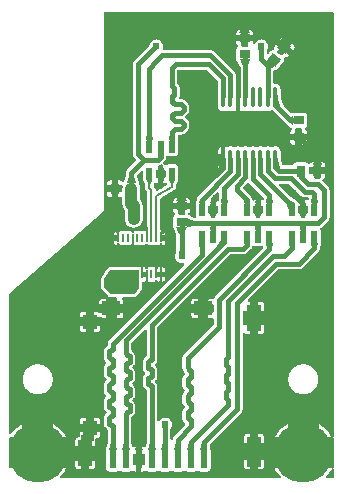
<source format=gtl>
G04 Layer: TopLayer*
G04 EasyEDA v6.5.54, 2026-02-14 17:59:59*
G04 2bbe276c55c74596aa95547dd797203b,b56bf7277742442884ecbff68b5c164c,10*
G04 Gerber Generator version 0.2*
G04 Scale: 100 percent, Rotated: No, Reflected: No *
G04 Dimensions in millimeters *
G04 leading zeros omitted , absolute positions ,4 integer and 5 decimal *
%FSLAX45Y45*%
%MOMM*%

%AMMACRO1*21,1,$1,$2,0,0,$3*%
%ADD10C,0.4000*%
%ADD11C,0.2000*%
%ADD12C,1.0000*%
%ADD13R,0.5320X1.0720*%
%ADD14O,0.3556X1.814805*%
%ADD15O,0.356006X1.815008*%
%ADD16O,0.0138X1.815008*%
%ADD17R,0.9000X0.8000*%
%ADD18R,0.8000X0.9000*%
%ADD19R,0.6000X1.6000*%
%ADD20R,1.1500X2.2000*%
%ADD21R,1.1500X2.5000*%
%ADD22R,1.5000X1.1500*%
%ADD23R,1.1600X1.2000*%
%ADD24R,1.1600X1.2500*%
%ADD25MACRO1,0.8X0.9X51.0001*%
%ADD26R,0.2000X0.7000*%
%ADD27C,5.0000*%
%ADD28C,0.6200*%

%LPD*%
G36*
X145491Y25908D02*
G01*
X141630Y26670D01*
X138328Y28905D01*
X136144Y32156D01*
X135331Y36068D01*
X135331Y109931D01*
X36068Y109931D01*
X32156Y110744D01*
X28905Y112928D01*
X26670Y116230D01*
X25908Y120091D01*
X25908Y362508D01*
X26670Y366369D01*
X28905Y369671D01*
X32156Y371856D01*
X36068Y372668D01*
X135331Y372668D01*
X135331Y483666D01*
X128727Y480212D01*
X109220Y467868D01*
X90830Y453898D01*
X73660Y438404D01*
X57861Y421589D01*
X44043Y404164D01*
X40843Y401472D01*
X36830Y400304D01*
X32715Y400862D01*
X29159Y402996D01*
X26771Y406400D01*
X25908Y410464D01*
X25908Y1583588D01*
X26822Y1587754D01*
X29362Y1591208D01*
X816813Y2280158D01*
X820115Y2283612D01*
X823772Y2289860D01*
X825195Y2293924D01*
X826008Y2300579D01*
X826008Y3963924D01*
X826769Y3967835D01*
X829005Y3971086D01*
X832256Y3973322D01*
X836168Y3974084D01*
X2764028Y3974084D01*
X2767939Y3973322D01*
X2771190Y3971086D01*
X2773426Y3967835D01*
X2774188Y3963924D01*
X2774188Y381152D01*
X2773273Y376885D01*
X2770632Y373430D01*
X2767939Y371856D01*
X2771190Y369671D01*
X2773426Y366369D01*
X2774188Y362508D01*
X2774188Y120091D01*
X2773426Y116230D01*
X2771190Y112928D01*
X2767736Y110693D01*
X2770632Y109169D01*
X2773273Y105714D01*
X2774188Y101447D01*
X2774188Y36068D01*
X2773426Y32156D01*
X2771190Y28905D01*
X2767939Y26670D01*
X2764028Y25908D01*
X2713532Y25908D01*
X2709621Y26670D01*
X2706319Y28905D01*
X2704084Y32207D01*
X2703372Y36118D01*
X2704185Y40030D01*
X2706420Y43332D01*
X2715717Y52425D01*
X2730804Y69900D01*
X2744368Y88595D01*
X2755341Y106680D01*
X2758592Y109931D01*
X2645918Y109931D01*
X2645918Y36068D01*
X2645156Y32156D01*
X2642971Y28905D01*
X2639669Y26670D01*
X2635758Y25908D01*
X2393391Y25908D01*
X2389530Y26670D01*
X2386228Y28905D01*
X2383993Y32156D01*
X2383231Y36068D01*
X2383231Y109931D01*
X2272233Y109931D01*
X2278583Y98399D01*
X2291384Y79146D01*
X2305710Y61010D01*
X2321560Y44196D01*
X2324557Y40386D01*
X2325522Y36423D01*
X2324862Y32410D01*
X2322677Y29006D01*
X2319324Y26720D01*
X2315362Y25908D01*
X465632Y25908D01*
X461721Y26670D01*
X458419Y28905D01*
X456234Y32207D01*
X455472Y36118D01*
X456285Y40030D01*
X458520Y43332D01*
X467817Y52425D01*
X482904Y69900D01*
X496519Y88595D01*
X509270Y109931D01*
X398068Y109931D01*
X398068Y36068D01*
X397256Y32156D01*
X395071Y28905D01*
X391769Y26670D01*
X387908Y25908D01*
G37*

%LPC*%
G36*
X874877Y81788D02*
G01*
X933703Y81788D01*
X940053Y82499D01*
X945489Y84429D01*
X950417Y87528D01*
X952093Y89204D01*
X955395Y91440D01*
X959307Y92202D01*
X963168Y91440D01*
X966469Y89204D01*
X968197Y87528D01*
X973074Y84429D01*
X978560Y82499D01*
X984859Y81788D01*
X1043736Y81788D01*
X1050036Y82499D01*
X1055522Y84429D01*
X1060399Y87528D01*
X1062126Y89255D01*
X1065428Y91440D01*
X1069340Y92202D01*
X1073200Y91440D01*
X1076502Y89255D01*
X1078179Y87528D01*
X1083106Y84480D01*
X1088542Y82550D01*
X1094892Y81838D01*
X1102969Y81838D01*
X1102969Y141376D01*
X1080363Y141376D01*
X1076502Y142189D01*
X1073200Y144373D01*
X1070965Y147675D01*
X1070203Y151536D01*
X1070203Y223926D01*
X1070965Y227838D01*
X1073200Y231140D01*
X1076502Y233324D01*
X1080363Y234086D01*
X1102969Y234086D01*
X1102969Y293674D01*
X1094892Y293674D01*
X1088542Y292963D01*
X1083106Y291033D01*
X1081125Y289814D01*
X1077417Y288391D01*
X1073454Y288493D01*
X1069848Y290118D01*
X1067104Y293014D01*
X1065682Y296722D01*
X1060246Y329031D01*
X1060145Y539394D01*
X1061059Y543661D01*
X1063650Y547116D01*
X1067003Y549960D01*
X1077925Y560984D01*
X1083208Y567944D01*
X1086967Y575513D01*
X1089253Y583641D01*
X1090117Y592531D01*
X1090066Y643280D01*
X1088948Y652068D01*
X1086358Y660095D01*
X1082294Y667613D01*
X1077976Y673201D01*
X1071321Y680059D01*
X1069187Y683361D01*
X1068425Y687171D01*
X1069187Y691032D01*
X1071372Y694283D01*
X1077925Y700938D01*
X1083208Y707898D01*
X1086967Y715467D01*
X1089253Y723595D01*
X1090117Y732485D01*
X1090066Y783234D01*
X1088948Y792022D01*
X1086358Y800049D01*
X1082294Y807567D01*
X1077976Y813155D01*
X1071270Y820064D01*
X1069136Y823315D01*
X1068374Y827125D01*
X1069136Y830986D01*
X1071270Y834237D01*
X1077874Y841095D01*
X1083208Y848106D01*
X1086967Y855675D01*
X1089253Y863803D01*
X1090117Y872693D01*
X1090066Y923188D01*
X1088948Y931976D01*
X1086358Y940003D01*
X1082294Y947521D01*
X1077976Y953109D01*
X1071168Y960119D01*
X1069035Y963371D01*
X1068324Y967232D01*
X1069086Y971042D01*
X1071270Y974344D01*
X1077925Y981100D01*
X1083208Y988060D01*
X1086967Y995629D01*
X1089253Y1003757D01*
X1090117Y1012647D01*
X1090066Y1064006D01*
X1088847Y1072743D01*
X1086154Y1080770D01*
X1082040Y1088136D01*
X1076299Y1095044D01*
X1067003Y1104341D01*
X1063650Y1107186D01*
X1061059Y1110640D01*
X1060145Y1114907D01*
X1060145Y1168806D01*
X1060907Y1172667D01*
X1063091Y1175969D01*
X1170940Y1283817D01*
X1174242Y1286002D01*
X1178102Y1286764D01*
X1182014Y1286002D01*
X1185316Y1283817D01*
X1187500Y1280515D01*
X1188262Y1276604D01*
X1188262Y1064869D01*
X1187348Y1060602D01*
X1184757Y1057148D01*
X1181404Y1054303D01*
X1170482Y1043279D01*
X1165199Y1036319D01*
X1161440Y1028750D01*
X1159154Y1020622D01*
X1158290Y1011732D01*
X1158341Y960983D01*
X1159459Y952195D01*
X1162050Y944168D01*
X1166114Y936650D01*
X1170432Y931062D01*
X1177137Y924153D01*
X1179271Y920902D01*
X1180033Y917041D01*
X1179271Y913231D01*
X1177137Y909980D01*
X1170533Y903122D01*
X1165199Y896112D01*
X1161440Y888542D01*
X1159154Y880414D01*
X1158290Y871524D01*
X1158341Y820166D01*
X1159560Y811428D01*
X1162253Y803402D01*
X1166368Y796036D01*
X1172108Y789127D01*
X1181404Y779830D01*
X1184757Y776986D01*
X1187348Y773531D01*
X1188262Y769264D01*
X1188161Y328980D01*
X1182827Y296824D01*
X1181455Y293065D01*
X1178712Y290169D01*
X1175105Y288544D01*
X1171143Y288442D01*
X1167384Y289864D01*
X1165504Y291033D01*
X1160068Y292963D01*
X1153718Y293674D01*
X1145641Y293674D01*
X1145641Y234086D01*
X1168196Y234086D01*
X1172108Y233324D01*
X1175410Y231140D01*
X1177594Y227838D01*
X1178356Y223926D01*
X1178356Y151536D01*
X1177594Y147675D01*
X1175410Y144373D01*
X1172108Y142189D01*
X1168196Y141376D01*
X1145641Y141376D01*
X1145641Y81838D01*
X1153718Y81838D01*
X1160068Y82550D01*
X1165504Y84480D01*
X1170432Y87528D01*
X1172108Y89204D01*
X1175410Y91440D01*
X1179271Y92202D01*
X1183182Y91440D01*
X1186484Y89204D01*
X1188161Y87528D01*
X1193088Y84429D01*
X1198524Y82499D01*
X1204874Y81788D01*
X1263700Y81788D01*
X1270050Y82499D01*
X1275486Y84429D01*
X1280414Y87528D01*
X1282090Y89204D01*
X1285392Y91440D01*
X1289304Y92202D01*
X1293164Y91440D01*
X1296466Y89204D01*
X1298194Y87528D01*
X1303070Y84429D01*
X1308557Y82499D01*
X1314856Y81788D01*
X1373733Y81788D01*
X1380032Y82499D01*
X1385519Y84429D01*
X1390396Y87528D01*
X1392123Y89204D01*
X1395425Y91389D01*
X1399286Y92202D01*
X1403197Y91389D01*
X1406499Y89204D01*
X1408176Y87528D01*
X1413103Y84429D01*
X1418539Y82499D01*
X1424889Y81788D01*
X1483715Y81788D01*
X1490065Y82499D01*
X1495501Y84429D01*
X1500428Y87528D01*
X1502105Y89204D01*
X1505407Y91389D01*
X1509318Y92202D01*
X1513179Y91389D01*
X1516481Y89204D01*
X1518158Y87528D01*
X1523085Y84429D01*
X1528521Y82499D01*
X1534871Y81788D01*
X1593697Y81788D01*
X1600047Y82499D01*
X1605483Y84429D01*
X1610410Y87528D01*
X1612087Y89204D01*
X1615389Y91389D01*
X1619300Y92202D01*
X1623161Y91389D01*
X1626463Y89204D01*
X1628190Y87528D01*
X1633067Y84429D01*
X1638554Y82499D01*
X1644853Y81788D01*
X1703730Y81788D01*
X1710029Y82499D01*
X1715516Y84429D01*
X1720392Y87528D01*
X1724507Y91592D01*
X1727555Y96520D01*
X1729486Y101955D01*
X1730197Y108305D01*
X1730197Y267309D01*
X1729790Y272338D01*
X1724050Y306933D01*
X1724050Y310134D01*
X1725015Y313182D01*
X1726895Y315772D01*
X1989480Y578408D01*
X1994814Y585470D01*
X1998573Y593039D01*
X2000859Y601167D01*
X2001723Y610057D01*
X2001723Y1253185D01*
X2002637Y1257452D01*
X2005228Y1260906D01*
X2009038Y1262989D01*
X2013407Y1263243D01*
X2017420Y1261719D01*
X2021078Y1257655D01*
X2025192Y1253540D01*
X2030069Y1250492D01*
X2035556Y1248562D01*
X2041855Y1247851D01*
X2063699Y1247851D01*
X2063699Y1322425D01*
X2011883Y1322425D01*
X2007971Y1323187D01*
X2004669Y1325372D01*
X2002485Y1328674D01*
X2001723Y1332585D01*
X2001723Y1434947D01*
X2002485Y1438859D01*
X2004669Y1442110D01*
X2007971Y1444345D01*
X2011883Y1445107D01*
X2063699Y1445107D01*
X2063699Y1519682D01*
X2053640Y1519682D01*
X2049729Y1520444D01*
X2046427Y1522628D01*
X2044242Y1525930D01*
X2043480Y1529842D01*
X2044242Y1533702D01*
X2046427Y1537004D01*
X2302052Y1792630D01*
X2305354Y1794814D01*
X2309215Y1795576D01*
X2478278Y1795627D01*
X2487015Y1796846D01*
X2495042Y1799539D01*
X2502408Y1803654D01*
X2509316Y1809394D01*
X2643276Y1943404D01*
X2648610Y1950466D01*
X2652369Y1958035D01*
X2654706Y1966264D01*
X2655163Y1970532D01*
X2661716Y2011425D01*
X2662123Y2016302D01*
X2662123Y2122525D01*
X2661412Y2128875D01*
X2660040Y2132736D01*
X2659481Y2136241D01*
X2660142Y2139696D01*
X2661970Y2142744D01*
X2664714Y2144979D01*
X2667508Y2146554D01*
X2674416Y2152294D01*
X2726080Y2204008D01*
X2731414Y2211070D01*
X2735173Y2218639D01*
X2737459Y2226767D01*
X2738323Y2235657D01*
X2738272Y2465578D01*
X2737053Y2474315D01*
X2734360Y2482342D01*
X2730246Y2489708D01*
X2724505Y2496616D01*
X2678684Y2542438D01*
X2676448Y2545842D01*
X2675737Y2549804D01*
X2676652Y2553817D01*
X2679039Y2557119D01*
X2682544Y2559202D01*
X2686608Y2560624D01*
X2691485Y2563672D01*
X2695600Y2567787D01*
X2698648Y2572664D01*
X2700578Y2578150D01*
X2701290Y2584450D01*
X2701290Y2600045D01*
X2661716Y2600045D01*
X2661716Y2569768D01*
X2660853Y2565654D01*
X2658414Y2562250D01*
X2654808Y2560116D01*
X2650642Y2559608D01*
X2641142Y2560523D01*
X2619197Y2560523D01*
X2615285Y2561285D01*
X2612034Y2563469D01*
X2609799Y2566771D01*
X2609037Y2570683D01*
X2609037Y2600045D01*
X2571496Y2600045D01*
X2567584Y2600807D01*
X2564282Y2603042D01*
X2562098Y2606294D01*
X2561336Y2610205D01*
X2561336Y2647594D01*
X2562098Y2651455D01*
X2564282Y2654757D01*
X2567584Y2656992D01*
X2571496Y2657754D01*
X2609037Y2657754D01*
X2609037Y2699816D01*
X2595930Y2699816D01*
X2589631Y2699105D01*
X2584196Y2697175D01*
X2579268Y2694076D01*
X2575204Y2690012D01*
X2573985Y2688132D01*
X2571191Y2685186D01*
X2567432Y2683560D01*
X2563368Y2683560D01*
X2559608Y2685186D01*
X2556814Y2688132D01*
X2555595Y2690012D01*
X2551531Y2694076D01*
X2546604Y2697175D01*
X2541168Y2699105D01*
X2534818Y2699816D01*
X2455976Y2699816D01*
X2449677Y2699105D01*
X2444191Y2697175D01*
X2439314Y2694076D01*
X2435199Y2690012D01*
X2432100Y2685084D01*
X2430881Y2681630D01*
X2428748Y2678074D01*
X2425395Y2675636D01*
X2421331Y2674823D01*
X2345893Y2674823D01*
X2341676Y2675737D01*
X2338171Y2678379D01*
X2336139Y2682189D01*
X2325928Y2718003D01*
X2325573Y2720797D01*
X2325573Y2731312D01*
X2324709Y2740202D01*
X2323744Y2743657D01*
X2323338Y2746451D01*
X2323338Y2791510D01*
X2322576Y2799994D01*
X2320340Y2807766D01*
X2316784Y2814980D01*
X2311908Y2821381D01*
X2305964Y2826816D01*
X2299106Y2831084D01*
X2291588Y2833979D01*
X2283663Y2835452D01*
X2275636Y2835452D01*
X2267712Y2833979D01*
X2260193Y2831084D01*
X2253234Y2826766D01*
X2249779Y2825445D01*
X2246020Y2825445D01*
X2242566Y2826766D01*
X2235606Y2831084D01*
X2228088Y2833979D01*
X2220163Y2835452D01*
X2212136Y2835452D01*
X2204212Y2833979D01*
X2196693Y2831084D01*
X2189683Y2826766D01*
X2186228Y2825394D01*
X2182469Y2825394D01*
X2179015Y2826766D01*
X2172106Y2831033D01*
X2164588Y2833928D01*
X2156663Y2835402D01*
X2148636Y2835402D01*
X2140712Y2833928D01*
X2133193Y2831033D01*
X2126234Y2826715D01*
X2122779Y2825394D01*
X2119020Y2825394D01*
X2115566Y2826715D01*
X2108606Y2831033D01*
X2101088Y2833928D01*
X2093163Y2835402D01*
X2085136Y2835402D01*
X2077212Y2833928D01*
X2069693Y2831033D01*
X2062734Y2826715D01*
X2059279Y2825394D01*
X2055520Y2825394D01*
X2052066Y2826715D01*
X2045106Y2831033D01*
X2037588Y2833928D01*
X2029663Y2835402D01*
X2021636Y2835402D01*
X2013712Y2833928D01*
X2006193Y2831033D01*
X1999234Y2826715D01*
X1995779Y2825394D01*
X1992020Y2825394D01*
X1988566Y2826715D01*
X1981606Y2831033D01*
X1974088Y2833928D01*
X1966163Y2835402D01*
X1958136Y2835402D01*
X1950212Y2833928D01*
X1942693Y2831033D01*
X1935734Y2826715D01*
X1932279Y2825394D01*
X1928520Y2825394D01*
X1925066Y2826715D01*
X1918106Y2831033D01*
X1910588Y2833928D01*
X1902663Y2835402D01*
X1894636Y2835402D01*
X1886712Y2833928D01*
X1879193Y2831033D01*
X1872234Y2826715D01*
X1868779Y2825394D01*
X1865020Y2825394D01*
X1861566Y2826715D01*
X1854606Y2831033D01*
X1850389Y2832658D01*
X1850389Y2769057D01*
X1852828Y2766771D01*
X1854403Y2763875D01*
X1854962Y2760573D01*
X1854962Y2746502D01*
X1854555Y2743708D01*
X1853590Y2740202D01*
X1852726Y2731312D01*
X1852726Y2677464D01*
X1852117Y2673959D01*
X1850389Y2670911D01*
X1850389Y2643428D01*
X1849628Y2639517D01*
X1847392Y2636215D01*
X1837232Y2626055D01*
X1833930Y2623870D01*
X1830070Y2623108D01*
X1826158Y2623870D01*
X1822856Y2626055D01*
X1820672Y2629357D01*
X1819910Y2633268D01*
X1819910Y2667304D01*
X1791462Y2667304D01*
X1791462Y2646527D01*
X1792224Y2638044D01*
X1794459Y2630271D01*
X1798015Y2623058D01*
X1802892Y2616657D01*
X1808073Y2611932D01*
X1810461Y2608630D01*
X1811375Y2604668D01*
X1810664Y2600655D01*
X1808429Y2597251D01*
X1623923Y2412695D01*
X1618589Y2405634D01*
X1614830Y2398064D01*
X1612493Y2389835D01*
X1611934Y2385364D01*
X1605838Y2359202D01*
X1605076Y2352294D01*
X1605076Y2246274D01*
X1605432Y2242972D01*
X1605026Y2238756D01*
X1602943Y2235047D01*
X1599539Y2232558D01*
X1595424Y2231644D01*
X1591310Y2232507D01*
X1547215Y2251760D01*
X1543659Y2254300D01*
X1541526Y2258161D01*
X1541221Y2262479D01*
X1542745Y2266594D01*
X1547012Y2270353D01*
X1551076Y2274468D01*
X1554175Y2279345D01*
X1556105Y2284831D01*
X1556816Y2291130D01*
X1556816Y2304237D01*
X1514754Y2304237D01*
X1514754Y2266696D01*
X1513992Y2262784D01*
X1511757Y2259482D01*
X1508455Y2257298D01*
X1504594Y2256536D01*
X1467205Y2256536D01*
X1463294Y2257298D01*
X1460042Y2259482D01*
X1457807Y2262784D01*
X1457045Y2266696D01*
X1457045Y2304237D01*
X1414983Y2304237D01*
X1414983Y2291130D01*
X1415694Y2284831D01*
X1417624Y2279345D01*
X1420672Y2274468D01*
X1424787Y2270353D01*
X1426667Y2269185D01*
X1429613Y2266391D01*
X1431188Y2262632D01*
X1431188Y2258568D01*
X1429613Y2254808D01*
X1426667Y2252014D01*
X1424787Y2250795D01*
X1420672Y2246731D01*
X1417624Y2241804D01*
X1415694Y2236368D01*
X1414983Y2230069D01*
X1414983Y2151176D01*
X1415745Y2144725D01*
X1417167Y2140254D01*
X1439214Y2087321D01*
X1439976Y2083409D01*
X1439976Y1949907D01*
X1438198Y1937156D01*
X1437030Y1933702D01*
X1434084Y1928418D01*
X1430883Y1919325D01*
X1429258Y1909825D01*
X1429258Y1900174D01*
X1430883Y1890674D01*
X1434084Y1881581D01*
X1438757Y1873148D01*
X1444853Y1865630D01*
X1452067Y1859280D01*
X1460296Y1854200D01*
X1469237Y1850643D01*
X1478686Y1848612D01*
X1488287Y1848154D01*
X1498752Y1849526D01*
X1502918Y1849170D01*
X1506626Y1847189D01*
X1509166Y1843938D01*
X1510182Y1839874D01*
X1509522Y1835759D01*
X1507236Y1832254D01*
X870559Y1195527D01*
X865225Y1188466D01*
X861466Y1180896D01*
X859180Y1172768D01*
X858316Y1163878D01*
X858316Y1151229D01*
X857402Y1146962D01*
X854811Y1143508D01*
X851458Y1140663D01*
X840536Y1129639D01*
X835253Y1122680D01*
X831494Y1115110D01*
X829208Y1106982D01*
X828344Y1098092D01*
X828395Y1047343D01*
X829513Y1038555D01*
X832103Y1030528D01*
X836168Y1023010D01*
X840486Y1017422D01*
X847191Y1010513D01*
X849325Y1007262D01*
X850087Y1003401D01*
X849325Y999591D01*
X847191Y996340D01*
X840587Y989482D01*
X835253Y982471D01*
X831494Y974902D01*
X829208Y966774D01*
X828344Y957884D01*
X828395Y906526D01*
X829614Y897788D01*
X832307Y889762D01*
X836472Y882294D01*
X840435Y877265D01*
X847090Y870559D01*
X849274Y867308D01*
X850036Y863447D01*
X849274Y859637D01*
X847140Y856335D01*
X840587Y849528D01*
X835253Y842518D01*
X831494Y834948D01*
X829208Y826820D01*
X828344Y817930D01*
X828395Y766572D01*
X829614Y757834D01*
X832307Y749808D01*
X836472Y742340D01*
X840435Y737311D01*
X847140Y730554D01*
X849325Y727252D01*
X850087Y723392D01*
X849325Y719531D01*
X847140Y716229D01*
X840536Y709523D01*
X835253Y702564D01*
X831494Y694994D01*
X829208Y686866D01*
X828344Y677976D01*
X828395Y626618D01*
X829614Y617880D01*
X832307Y609854D01*
X836472Y602386D01*
X840435Y597357D01*
X847140Y590600D01*
X849325Y587298D01*
X850087Y583438D01*
X849325Y579577D01*
X847140Y576275D01*
X840536Y569569D01*
X835253Y562610D01*
X831494Y555040D01*
X829208Y546912D01*
X828344Y538022D01*
X828395Y486664D01*
X829614Y477926D01*
X832307Y469900D01*
X836421Y462534D01*
X842162Y455625D01*
X851458Y446328D01*
X854811Y443484D01*
X857402Y440029D01*
X858316Y435762D01*
X858215Y328980D01*
X848817Y272338D01*
X848410Y267309D01*
X848410Y108254D01*
X849121Y101955D01*
X851001Y96520D01*
X854100Y91592D01*
X858164Y87528D01*
X863092Y84429D01*
X868527Y82499D01*
G37*
G36*
X704900Y99822D02*
G01*
X726744Y99822D01*
X733044Y100533D01*
X738530Y102463D01*
X743407Y105562D01*
X747522Y109626D01*
X750570Y114554D01*
X752500Y119989D01*
X753211Y126339D01*
X753211Y174396D01*
X704900Y174396D01*
G37*
G36*
X612851Y99822D02*
G01*
X634695Y99822D01*
X634695Y174396D01*
X586384Y174396D01*
X586384Y126339D01*
X587095Y119989D01*
X589026Y114554D01*
X592074Y109626D01*
X596188Y105562D01*
X601065Y102463D01*
X606552Y100533D01*
G37*
G36*
X2133904Y99822D02*
G01*
X2155698Y99822D01*
X2162048Y100533D01*
X2167483Y102463D01*
X2172411Y105562D01*
X2176475Y109626D01*
X2179574Y114554D01*
X2181504Y119989D01*
X2182215Y126339D01*
X2182215Y181914D01*
X2133904Y181914D01*
G37*
G36*
X2041855Y99822D02*
G01*
X2063699Y99822D01*
X2063699Y181914D01*
X2015388Y181914D01*
X2015388Y126339D01*
X2016099Y119989D01*
X2017979Y114554D01*
X2021078Y109626D01*
X2025192Y105562D01*
X2030069Y102463D01*
X2035556Y100533D01*
G37*
G36*
X586384Y297078D02*
G01*
X634695Y297078D01*
X634695Y381812D01*
X635457Y385724D01*
X637692Y389026D01*
X640994Y391210D01*
X644855Y391972D01*
X674928Y391972D01*
X674928Y413156D01*
X626364Y413156D01*
X626364Y388823D01*
X627024Y382981D01*
X626618Y378714D01*
X624535Y375056D01*
X621080Y372567D01*
X616966Y371652D01*
X612851Y371652D01*
X606552Y370941D01*
X601065Y369062D01*
X596188Y365963D01*
X592074Y361848D01*
X589026Y356971D01*
X587095Y351485D01*
X586384Y345186D01*
G37*
G36*
X704900Y297078D02*
G01*
X753211Y297078D01*
X753211Y345186D01*
X752551Y351028D01*
X752957Y355244D01*
X755091Y358952D01*
X758494Y361442D01*
X762660Y362356D01*
X767740Y362356D01*
X774039Y363067D01*
X779526Y364947D01*
X784402Y368046D01*
X788517Y372110D01*
X791565Y377037D01*
X793496Y382473D01*
X794207Y388823D01*
X794207Y413156D01*
X745642Y413156D01*
X745642Y352196D01*
X744880Y348284D01*
X742645Y344982D01*
X739343Y342798D01*
X735482Y342036D01*
X704900Y342036D01*
G37*
G36*
X2133904Y319582D02*
G01*
X2182215Y319582D01*
X2182215Y375158D01*
X2181504Y381508D01*
X2179574Y386943D01*
X2176475Y391871D01*
X2172411Y395935D01*
X2167483Y399034D01*
X2162048Y400964D01*
X2155698Y401675D01*
X2133904Y401675D01*
G37*
G36*
X2015388Y319582D02*
G01*
X2063699Y319582D01*
X2063699Y401675D01*
X2041855Y401675D01*
X2035556Y400964D01*
X2030069Y399034D01*
X2025192Y395935D01*
X2021078Y391871D01*
X2017979Y386943D01*
X2016099Y381508D01*
X2015388Y375158D01*
G37*
G36*
X2272233Y372668D02*
G01*
X2383231Y372668D01*
X2383231Y483666D01*
X2376627Y480212D01*
X2357120Y467868D01*
X2338730Y453898D01*
X2321560Y438404D01*
X2305710Y421589D01*
X2291384Y403453D01*
X2278583Y384200D01*
G37*
G36*
X398068Y372668D02*
G01*
X509270Y372668D01*
X496519Y394004D01*
X482904Y412648D01*
X467817Y430174D01*
X451307Y446328D01*
X433527Y461060D01*
X414528Y474268D01*
X398068Y483768D01*
G37*
G36*
X2645918Y372668D02*
G01*
X2758592Y372668D01*
X2755341Y375920D01*
X2744368Y394004D01*
X2730804Y412648D01*
X2715717Y430174D01*
X2699207Y446328D01*
X2681376Y461060D01*
X2662428Y474268D01*
X2645918Y483768D01*
G37*
G36*
X745642Y488340D02*
G01*
X794207Y488340D01*
X794207Y512673D01*
X793496Y519023D01*
X791565Y524459D01*
X788517Y529386D01*
X784402Y533450D01*
X779526Y536549D01*
X774039Y538429D01*
X767740Y539140D01*
X745642Y539140D01*
G37*
G36*
X626364Y488340D02*
G01*
X674928Y488340D01*
X674928Y539140D01*
X652881Y539140D01*
X646531Y538429D01*
X641096Y536549D01*
X636168Y533450D01*
X632104Y529386D01*
X629005Y524459D01*
X627075Y519023D01*
X626364Y512673D01*
G37*
G36*
X2514600Y736092D02*
G01*
X2529992Y737057D01*
X2545130Y739800D01*
X2559812Y744372D01*
X2573832Y750722D01*
X2587040Y758698D01*
X2599131Y768197D01*
X2610002Y779068D01*
X2619502Y791159D01*
X2627477Y804367D01*
X2633827Y818388D01*
X2638399Y833069D01*
X2641142Y848207D01*
X2642108Y863600D01*
X2641142Y878992D01*
X2638399Y894130D01*
X2633827Y908812D01*
X2627477Y922832D01*
X2619502Y936040D01*
X2610002Y948131D01*
X2599131Y959002D01*
X2587040Y968502D01*
X2573832Y976477D01*
X2559812Y982827D01*
X2545130Y987399D01*
X2529992Y990142D01*
X2514600Y991108D01*
X2499207Y990142D01*
X2484069Y987399D01*
X2469388Y982827D01*
X2455367Y976477D01*
X2442159Y968502D01*
X2430068Y959002D01*
X2419197Y948131D01*
X2409698Y936040D01*
X2401722Y922832D01*
X2395372Y908812D01*
X2390800Y894130D01*
X2388057Y878992D01*
X2387092Y863600D01*
X2388057Y848207D01*
X2390800Y833069D01*
X2395372Y818388D01*
X2401722Y804367D01*
X2409698Y791159D01*
X2419197Y779068D01*
X2430068Y768197D01*
X2442159Y758698D01*
X2455367Y750722D01*
X2469388Y744372D01*
X2484069Y739800D01*
X2499207Y737057D01*
G37*
G36*
X266700Y736092D02*
G01*
X282092Y737057D01*
X297230Y739800D01*
X311912Y744372D01*
X325932Y750722D01*
X339140Y758698D01*
X351231Y768197D01*
X362102Y779068D01*
X371602Y791159D01*
X379577Y804367D01*
X385927Y818388D01*
X390499Y833069D01*
X393242Y848207D01*
X394208Y863600D01*
X393242Y878992D01*
X390499Y894130D01*
X385927Y908812D01*
X379577Y922832D01*
X371602Y936040D01*
X362102Y948131D01*
X351231Y959002D01*
X339140Y968502D01*
X325932Y976477D01*
X311912Y982827D01*
X297230Y987399D01*
X282092Y990142D01*
X266700Y991108D01*
X251307Y990142D01*
X236169Y987399D01*
X221488Y982827D01*
X207467Y976477D01*
X194259Y968502D01*
X182168Y959002D01*
X171297Y948131D01*
X161798Y936040D01*
X153822Y922832D01*
X147472Y908812D01*
X142900Y894130D01*
X140157Y878992D01*
X139192Y863600D01*
X140157Y848207D01*
X142900Y833069D01*
X147472Y818388D01*
X153822Y804367D01*
X161798Y791159D01*
X171297Y779068D01*
X182168Y768197D01*
X194259Y758698D01*
X207467Y750722D01*
X221488Y744372D01*
X236169Y739800D01*
X251307Y737057D01*
G37*
G36*
X2133904Y1247851D02*
G01*
X2155698Y1247851D01*
X2162048Y1248562D01*
X2167483Y1250492D01*
X2172411Y1253540D01*
X2176475Y1257655D01*
X2179574Y1262532D01*
X2181504Y1268018D01*
X2182215Y1274318D01*
X2182215Y1322425D01*
X2133904Y1322425D01*
G37*
G36*
X745642Y1264818D02*
G01*
X767740Y1264818D01*
X774039Y1265529D01*
X779526Y1267460D01*
X784402Y1270508D01*
X788517Y1274622D01*
X791565Y1279499D01*
X793496Y1284986D01*
X794207Y1291285D01*
X794207Y1314399D01*
X745642Y1314399D01*
G37*
G36*
X652881Y1264818D02*
G01*
X674928Y1264818D01*
X674928Y1314399D01*
X626364Y1314399D01*
X626364Y1291285D01*
X627075Y1284986D01*
X629005Y1279499D01*
X632104Y1274622D01*
X636168Y1270508D01*
X641096Y1267460D01*
X646531Y1265529D01*
G37*
G36*
X934161Y1379829D02*
G01*
X964742Y1379829D01*
X971042Y1380540D01*
X976528Y1382471D01*
X981405Y1385519D01*
X985519Y1389634D01*
X988568Y1394510D01*
X990498Y1399997D01*
X991209Y1406296D01*
X991209Y1428140D01*
X934161Y1428140D01*
G37*
G36*
X815848Y1379829D02*
G01*
X846429Y1379829D01*
X846429Y1428140D01*
X779221Y1428140D01*
X775360Y1428902D01*
X772058Y1431086D01*
X769823Y1434388D01*
X769416Y1436471D01*
X767740Y1436624D01*
X745642Y1436624D01*
X745642Y1387094D01*
X804367Y1387094D01*
X808075Y1386382D01*
X811276Y1384401D01*
X813511Y1381353D01*
X813866Y1380032D01*
G37*
G36*
X626364Y1387094D02*
G01*
X674928Y1387094D01*
X674928Y1436624D01*
X652881Y1436624D01*
X646531Y1435912D01*
X641096Y1434033D01*
X636168Y1430934D01*
X632104Y1426870D01*
X629005Y1421942D01*
X627075Y1416507D01*
X626364Y1410157D01*
G37*
G36*
X2133904Y1445107D02*
G01*
X2182215Y1445107D01*
X2182215Y1493164D01*
X2181504Y1499514D01*
X2179574Y1504950D01*
X2176475Y1509877D01*
X2172411Y1513941D01*
X2167483Y1517040D01*
X2162048Y1518970D01*
X2155698Y1519682D01*
X2133904Y1519682D01*
G37*
G36*
X789381Y1498346D02*
G01*
X846429Y1498346D01*
X846429Y1546656D01*
X815848Y1546656D01*
X809548Y1545945D01*
X804062Y1544015D01*
X799185Y1540916D01*
X795070Y1536852D01*
X792022Y1531924D01*
X790092Y1526489D01*
X789381Y1520190D01*
G37*
G36*
X934161Y1498346D02*
G01*
X991209Y1498346D01*
X991209Y1520190D01*
X990498Y1526489D01*
X988568Y1531924D01*
X985519Y1536852D01*
X982421Y1539951D01*
X980236Y1543253D01*
X979424Y1547114D01*
X980236Y1551025D01*
X982421Y1554327D01*
X985723Y1556512D01*
X989584Y1557274D01*
X1082243Y1557274D01*
X1088288Y1557934D01*
X1093774Y1559864D01*
X1098702Y1562963D01*
X1101039Y1565097D01*
X1126083Y1590090D01*
X1127709Y1591919D01*
X1131366Y1597507D01*
X1143558Y1621891D01*
X1145743Y1627835D01*
X1146556Y1634591D01*
X1146556Y1679956D01*
X1147318Y1683867D01*
X1149502Y1687169D01*
X1152804Y1689354D01*
X1156716Y1690116D01*
X1159713Y1690116D01*
X1170228Y1691690D01*
X1174546Y1690776D01*
X1178966Y1690319D01*
X1178966Y1698243D01*
X1179880Y1702511D01*
X1182471Y1705965D01*
X1186281Y1708048D01*
X1190599Y1708302D01*
X1194663Y1706778D01*
X1197711Y1703679D01*
X1200099Y1699869D01*
X1201267Y1697278D01*
X1201623Y1694484D01*
X1201623Y1690319D01*
X1210310Y1691690D01*
X1214526Y1690776D01*
X1220876Y1690065D01*
X1239723Y1690065D01*
X1246073Y1690776D01*
X1250340Y1691690D01*
X1254556Y1690827D01*
X1258925Y1690319D01*
X1258925Y1694484D01*
X1259332Y1697278D01*
X1260500Y1699869D01*
X1262888Y1703679D01*
X1265936Y1706727D01*
X1269949Y1708302D01*
X1274267Y1707997D01*
X1278128Y1705965D01*
X1280718Y1702460D01*
X1281633Y1698243D01*
X1281633Y1690319D01*
X1290218Y1691690D01*
X1294536Y1690776D01*
X1298956Y1690319D01*
X1298956Y1727149D01*
X1276350Y1727149D01*
X1272489Y1727911D01*
X1269187Y1730095D01*
X1267002Y1733397D01*
X1266190Y1737309D01*
X1266190Y1764741D01*
X1267002Y1768602D01*
X1269187Y1771904D01*
X1272489Y1774088D01*
X1276350Y1774901D01*
X1298956Y1774901D01*
X1298956Y1811680D01*
X1290370Y1810308D01*
X1286052Y1811223D01*
X1281633Y1811731D01*
X1281633Y1803704D01*
X1280718Y1799488D01*
X1278128Y1796034D01*
X1274267Y1793951D01*
X1269949Y1793697D01*
X1265936Y1795221D01*
X1262888Y1798320D01*
X1260500Y1802130D01*
X1259332Y1804720D01*
X1258925Y1807514D01*
X1258925Y1811731D01*
X1250238Y1810308D01*
X1246073Y1811172D01*
X1239723Y1811883D01*
X1220876Y1811883D01*
X1214526Y1811172D01*
X1210310Y1810308D01*
X1206042Y1811172D01*
X1201623Y1811680D01*
X1201623Y1807514D01*
X1201267Y1804670D01*
X1200099Y1802079D01*
X1197711Y1798320D01*
X1194663Y1795221D01*
X1190599Y1793646D01*
X1186281Y1793951D01*
X1182471Y1796034D01*
X1179880Y1799488D01*
X1178966Y1803704D01*
X1178966Y1811680D01*
X1170381Y1810308D01*
X1166063Y1811223D01*
X1161643Y1811731D01*
X1161643Y1804670D01*
X1160729Y1800402D01*
X1158138Y1796948D01*
X1154328Y1794865D01*
X1149959Y1794611D01*
X1145946Y1796135D01*
X1142898Y1799234D01*
X1140510Y1803044D01*
X1139342Y1805635D01*
X1138936Y1808429D01*
X1138936Y1811731D01*
X1130960Y1810562D01*
X1126388Y1811578D01*
X1120089Y1812289D01*
X877468Y1812239D01*
X871474Y1811020D01*
X866190Y1808632D01*
X861568Y1805178D01*
X857453Y1800301D01*
X807313Y1725015D01*
X804367Y1719376D01*
X802894Y1713585D01*
X802640Y1709826D01*
X802640Y1647240D01*
X803351Y1640941D01*
X805230Y1635506D01*
X808634Y1630121D01*
X858774Y1567434D01*
X862533Y1563471D01*
X868171Y1559915D01*
X873607Y1557985D01*
X879906Y1557274D01*
X924001Y1557274D01*
X927862Y1556512D01*
X931164Y1554327D01*
X933399Y1551025D01*
X934161Y1547114D01*
G37*
G36*
X1321663Y1690319D02*
G01*
X1326032Y1690776D01*
X1331518Y1692706D01*
X1336395Y1695805D01*
X1340510Y1699869D01*
X1343558Y1704797D01*
X1345488Y1710232D01*
X1346200Y1716582D01*
X1346200Y1727149D01*
X1321663Y1727149D01*
G37*
G36*
X1321663Y1774850D02*
G01*
X1346200Y1774850D01*
X1346200Y1785416D01*
X1345488Y1791716D01*
X1343558Y1797202D01*
X1340510Y1802079D01*
X1336395Y1806193D01*
X1331518Y1809292D01*
X1326032Y1811172D01*
X1321663Y1811680D01*
G37*
G36*
X980846Y1998116D02*
G01*
X999744Y1998116D01*
X1006043Y1998827D01*
X1010310Y1999742D01*
X1014526Y1998827D01*
X1020876Y1998116D01*
X1039723Y1998116D01*
X1050239Y1999691D01*
X1054557Y1998776D01*
X1058926Y1998319D01*
X1058926Y2002536D01*
X1059332Y2005330D01*
X1061669Y2009800D01*
X1064514Y2012746D01*
X1068273Y2014372D01*
X1072337Y2014372D01*
X1076096Y2012746D01*
X1078890Y2009800D01*
X1081227Y2005330D01*
X1081633Y2002485D01*
X1081633Y1998319D01*
X1090371Y1999691D01*
X1094536Y1998827D01*
X1100836Y1998116D01*
X1119733Y1998116D01*
X1126032Y1998827D01*
X1130300Y1999742D01*
X1134567Y1998827D01*
X1140866Y1998116D01*
X1159764Y1998116D01*
X1170279Y1999691D01*
X1174546Y1998776D01*
X1178966Y1998319D01*
X1178966Y2002485D01*
X1179322Y2005279D01*
X1181709Y2009800D01*
X1184503Y2012746D01*
X1188262Y2014321D01*
X1192326Y2014321D01*
X1196086Y2012746D01*
X1198930Y2009800D01*
X1201267Y2005330D01*
X1201623Y2002485D01*
X1201623Y1998319D01*
X1210360Y1999691D01*
X1214526Y1998827D01*
X1220876Y1998116D01*
X1239723Y1998116D01*
X1246022Y1998827D01*
X1250289Y1999691D01*
X1254556Y1998827D01*
X1260856Y1998116D01*
X1279702Y1998116D01*
X1290218Y1999691D01*
X1294536Y1998776D01*
X1298956Y1998319D01*
X1298956Y2002536D01*
X1299362Y2005330D01*
X1300480Y2007920D01*
X1302867Y2011730D01*
X1305915Y2014829D01*
X1309979Y2016353D01*
X1314297Y2016048D01*
X1318107Y2014016D01*
X1320698Y2010562D01*
X1321663Y2006295D01*
X1321663Y1998319D01*
X1326032Y1998776D01*
X1331518Y2000707D01*
X1336395Y2003806D01*
X1340510Y2007870D01*
X1343558Y2012797D01*
X1345488Y2018233D01*
X1346200Y2024583D01*
X1346200Y2035149D01*
X1316380Y2035149D01*
X1312468Y2035911D01*
X1309166Y2038096D01*
X1306982Y2041398D01*
X1306220Y2045309D01*
X1306220Y2072690D01*
X1306982Y2076551D01*
X1309166Y2079853D01*
X1312468Y2082088D01*
X1316380Y2082850D01*
X1346200Y2082850D01*
X1346200Y2093417D01*
X1345488Y2099716D01*
X1343558Y2105202D01*
X1340510Y2110079D01*
X1336395Y2114194D01*
X1331518Y2117293D01*
X1326032Y2119172D01*
X1319733Y2119884D01*
X1316278Y2119884D01*
X1312367Y2120646D01*
X1309065Y2122881D01*
X1306880Y2126183D01*
X1306118Y2130044D01*
X1305915Y2387244D01*
X1306525Y2390648D01*
X1308201Y2393645D01*
X1310741Y2395931D01*
X1420520Y2463444D01*
X1426006Y2467559D01*
X1431086Y2473198D01*
X1434846Y2479700D01*
X1437132Y2486812D01*
X1437995Y2494788D01*
X1437995Y2510790D01*
X1439062Y2515311D01*
X1445361Y2527909D01*
X1447241Y2530551D01*
X1449882Y2533192D01*
X1452981Y2538069D01*
X1454912Y2543556D01*
X1455623Y2549855D01*
X1455623Y2655925D01*
X1454912Y2662275D01*
X1452981Y2667711D01*
X1449882Y2672638D01*
X1445818Y2676702D01*
X1440891Y2679801D01*
X1435455Y2681681D01*
X1429105Y2682392D01*
X1377086Y2682392D01*
X1370736Y2681681D01*
X1365300Y2679801D01*
X1360982Y2677109D01*
X1357477Y2675737D01*
X1353718Y2675737D01*
X1350213Y2677109D01*
X1345895Y2679801D01*
X1340459Y2681681D01*
X1335430Y2682240D01*
X1331163Y2683764D01*
X1327962Y2686913D01*
X1326438Y2691180D01*
X1326946Y2695702D01*
X1329334Y2699512D01*
X1341831Y2712110D01*
X1347114Y2719070D01*
X1350873Y2726639D01*
X1353210Y2734767D01*
X1353566Y2738526D01*
X1355140Y2746959D01*
X1356817Y2750921D01*
X1360017Y2753868D01*
X1364183Y2755188D01*
X1368501Y2754680D01*
X1370736Y2753868D01*
X1377086Y2753156D01*
X1429105Y2753156D01*
X1435455Y2753868D01*
X1440891Y2755798D01*
X1445818Y2758897D01*
X1449882Y2762961D01*
X1452981Y2767888D01*
X1454912Y2773324D01*
X1455623Y2779674D01*
X1455623Y2885998D01*
X1455420Y2889402D01*
X1451610Y2924048D01*
X1452016Y2928213D01*
X1454150Y2931922D01*
X1457553Y2934411D01*
X1461668Y2935274D01*
X1481683Y2935325D01*
X1490319Y2936544D01*
X1498346Y2939237D01*
X1505712Y2943352D01*
X1512620Y2949092D01*
X1536852Y2973374D01*
X1542186Y2980436D01*
X1545945Y2988005D01*
X1548231Y2996133D01*
X1549095Y3005023D01*
X1549044Y3029712D01*
X1547825Y3038449D01*
X1545132Y3046476D01*
X1541018Y3053842D01*
X1535277Y3060750D01*
X1516888Y3079140D01*
X1514652Y3082442D01*
X1513890Y3086354D01*
X1514703Y3090265D01*
X1516938Y3093567D01*
X1536852Y3113328D01*
X1542186Y3120390D01*
X1545945Y3127959D01*
X1548231Y3136087D01*
X1549095Y3144977D01*
X1549044Y3169666D01*
X1547825Y3178403D01*
X1545132Y3186430D01*
X1541018Y3193796D01*
X1535277Y3200704D01*
X1510995Y3224936D01*
X1503934Y3230270D01*
X1496364Y3234029D01*
X1488135Y3236366D01*
X1481785Y3237128D01*
X1473149Y3237179D01*
X1469186Y3237992D01*
X1465884Y3240328D01*
X1463751Y3243732D01*
X1463090Y3247694D01*
X1464056Y3251657D01*
X1465986Y3255772D01*
X1467662Y3261055D01*
X1468272Y3263696D01*
X1468983Y3269437D01*
X1468983Y3331768D01*
X1468272Y3337509D01*
X1467662Y3340150D01*
X1465935Y3345637D01*
X1464868Y3348126D01*
X1462125Y3353206D01*
X1460601Y3355441D01*
X1457045Y3359861D01*
X1452016Y3364890D01*
X1449781Y3368192D01*
X1449019Y3372104D01*
X1449019Y3474516D01*
X1449781Y3478428D01*
X1451965Y3481730D01*
X1455267Y3483914D01*
X1459179Y3484676D01*
X1691284Y3484676D01*
X1695145Y3483914D01*
X1698447Y3481730D01*
X1786280Y3393897D01*
X1788464Y3390595D01*
X1789226Y3386734D01*
X1789226Y3263087D01*
X1790090Y3254197D01*
X1791055Y3250742D01*
X1791411Y3247999D01*
X1791411Y3177489D01*
X1792224Y3168954D01*
X1794408Y3161233D01*
X1798015Y3154019D01*
X1802892Y3147568D01*
X1808835Y3142132D01*
X1815693Y3137916D01*
X1823212Y3135020D01*
X1831136Y3133496D01*
X1839163Y3133496D01*
X1847088Y3135020D01*
X1854606Y3137916D01*
X1861566Y3142234D01*
X1865020Y3143554D01*
X1868779Y3143554D01*
X1872234Y3142234D01*
X1879193Y3137916D01*
X1886712Y3135020D01*
X1894636Y3133547D01*
X1902663Y3133547D01*
X1910588Y3135020D01*
X1918106Y3137916D01*
X1925066Y3142234D01*
X1928571Y3143605D01*
X1932279Y3143605D01*
X1935784Y3142234D01*
X1942693Y3137966D01*
X1946910Y3136341D01*
X1946910Y3199942D01*
X1944471Y3202228D01*
X1942896Y3205124D01*
X1942338Y3208426D01*
X1942338Y3247948D01*
X1942744Y3250742D01*
X1943709Y3254197D01*
X1944573Y3263087D01*
X1944573Y3291535D01*
X1945182Y3294989D01*
X1946910Y3298037D01*
X1946910Y3369614D01*
X1945182Y3372662D01*
X1944573Y3376117D01*
X1944522Y3437128D01*
X1943303Y3445865D01*
X1940610Y3453892D01*
X1936496Y3461258D01*
X1930755Y3468166D01*
X1758391Y3640480D01*
X1751330Y3645814D01*
X1743760Y3649573D01*
X1735632Y3651859D01*
X1726742Y3652723D01*
X1333804Y3652723D01*
X1330198Y3653383D01*
X1327048Y3655314D01*
X1324762Y3658209D01*
X1323695Y3661765D01*
X1324000Y3665423D01*
X1326032Y3673398D01*
X1326845Y3683000D01*
X1326032Y3692601D01*
X1323644Y3701948D01*
X1319631Y3710736D01*
X1314246Y3718712D01*
X1307592Y3725672D01*
X1299819Y3731412D01*
X1291183Y3735781D01*
X1281988Y3738575D01*
X1272387Y3739794D01*
X1262786Y3739387D01*
X1253337Y3737356D01*
X1244396Y3733800D01*
X1236167Y3728720D01*
X1228953Y3722319D01*
X1222857Y3714851D01*
X1218184Y3706418D01*
X1214628Y3696258D01*
X1213205Y3693566D01*
X1205788Y3683711D01*
X1083919Y3561791D01*
X1078585Y3554729D01*
X1074826Y3547160D01*
X1072489Y3539032D01*
X1071676Y3530142D01*
X1071727Y2766822D01*
X1072946Y2758084D01*
X1075639Y2750058D01*
X1079754Y2742692D01*
X1085443Y2735783D01*
X1096314Y2724962D01*
X1098499Y2721711D01*
X1099261Y2717800D01*
X1098499Y2713888D01*
X1096314Y2710637D01*
X1027023Y2641295D01*
X1021689Y2634234D01*
X1017930Y2626664D01*
X1015644Y2618536D01*
X1014780Y2609646D01*
X1014780Y2587396D01*
X1014272Y2584145D01*
X999286Y2539441D01*
X997407Y2536088D01*
X994460Y2533700D01*
X990853Y2532583D01*
X987044Y2532837D01*
X983640Y2534462D01*
X976731Y2541727D01*
X971803Y2544775D01*
X966368Y2546705D01*
X960018Y2547416D01*
X946962Y2547416D01*
X946962Y2505354D01*
X976934Y2505354D01*
X980490Y2504694D01*
X983640Y2502865D01*
X985875Y2500020D01*
X986993Y2496566D01*
X986840Y2492908D01*
X985672Y2487828D01*
X984808Y2476144D01*
X984808Y2457805D01*
X984046Y2453944D01*
X981811Y2450642D01*
X978509Y2448407D01*
X974648Y2447645D01*
X946962Y2447645D01*
X946962Y2405583D01*
X960018Y2405583D01*
X966368Y2406294D01*
X971296Y2408021D01*
X975106Y2408580D01*
X978814Y2407666D01*
X981964Y2405481D01*
X984046Y2402230D01*
X984808Y2398420D01*
X984758Y2345791D01*
X986028Y2334412D01*
X988974Y2323439D01*
X993546Y2313025D01*
X997966Y2305761D01*
X1001471Y2301189D01*
X1003046Y2298242D01*
X1003604Y2294991D01*
X1003604Y2222855D01*
X1004468Y2211171D01*
X1007008Y2200148D01*
X1011123Y2189581D01*
X1016812Y2179777D01*
X1023874Y2170887D01*
X1032205Y2163165D01*
X1041552Y2156764D01*
X1051763Y2151888D01*
X1062634Y2148535D01*
X1073810Y2146808D01*
X1085189Y2146808D01*
X1096365Y2148535D01*
X1107236Y2151888D01*
X1117447Y2156764D01*
X1126794Y2163165D01*
X1135126Y2170887D01*
X1142187Y2179777D01*
X1147876Y2189581D01*
X1151991Y2200148D01*
X1154531Y2211171D01*
X1155395Y2222855D01*
X1155344Y2332278D01*
X1154531Y2341118D01*
X1154125Y2343556D01*
X1151991Y2352192D01*
X1151229Y2354529D01*
X1147826Y2362708D01*
X1146708Y2364943D01*
X1142238Y2372360D01*
X1138783Y2376779D01*
X1137158Y2379726D01*
X1136599Y2383028D01*
X1136599Y2476144D01*
X1135735Y2487828D01*
X1133195Y2498852D01*
X1129080Y2509418D01*
X1126896Y2513888D01*
X1126490Y2516428D01*
X1126337Y2524048D01*
X1125118Y2529890D01*
X1107236Y2583789D01*
X1106728Y2587498D01*
X1107592Y2591104D01*
X1109675Y2594152D01*
X1143203Y2627680D01*
X1146505Y2629916D01*
X1150416Y2630678D01*
X1154277Y2629916D01*
X1157579Y2627680D01*
X1159814Y2624378D01*
X1160576Y2620518D01*
X1160576Y2549906D01*
X1161288Y2543556D01*
X1163167Y2538120D01*
X1168857Y2529890D01*
X1176121Y2515311D01*
X1177188Y2510790D01*
X1177188Y2483104D01*
X1178052Y2475128D01*
X1180338Y2468016D01*
X1184148Y2461412D01*
X1188008Y2456942D01*
X1191514Y2453436D01*
X1193698Y2450134D01*
X1194460Y2446223D01*
X1194460Y2130044D01*
X1193698Y2126183D01*
X1191514Y2122881D01*
X1188212Y2120646D01*
X1184300Y2119884D01*
X1180846Y2119884D01*
X1170330Y2118309D01*
X1166063Y2119223D01*
X1159764Y2119934D01*
X1140866Y2119934D01*
X1134567Y2119223D01*
X1130300Y2118360D01*
X1126032Y2119223D01*
X1119733Y2119934D01*
X1100836Y2119934D01*
X1094536Y2119223D01*
X1090218Y2118309D01*
X1086053Y2119172D01*
X1081633Y2119680D01*
X1081633Y2115566D01*
X1081227Y2112772D01*
X1078890Y2108250D01*
X1076096Y2105304D01*
X1072337Y2103729D01*
X1068273Y2103729D01*
X1064514Y2105304D01*
X1061669Y2108250D01*
X1059332Y2112721D01*
X1058926Y2115566D01*
X1058926Y2119680D01*
X1050340Y2118309D01*
X1046022Y2119223D01*
X1039723Y2119934D01*
X1020876Y2119934D01*
X1014526Y2119223D01*
X1010310Y2118360D01*
X1006043Y2119223D01*
X999744Y2119934D01*
X980846Y2119934D01*
X974547Y2119223D01*
X970229Y2118309D01*
X966063Y2119172D01*
X961644Y2119680D01*
X961644Y2115566D01*
X961237Y2112721D01*
X960069Y2110130D01*
X957732Y2106371D01*
X954684Y2103272D01*
X950620Y2101697D01*
X946302Y2102002D01*
X942492Y2104034D01*
X939850Y2107539D01*
X938936Y2111756D01*
X938936Y2119680D01*
X934567Y2119172D01*
X929081Y2117293D01*
X924204Y2114194D01*
X920089Y2110079D01*
X916990Y2105202D01*
X915111Y2099716D01*
X914400Y2093417D01*
X914400Y2082850D01*
X944219Y2082850D01*
X948131Y2082038D01*
X951433Y2079853D01*
X953617Y2076551D01*
X954379Y2072690D01*
X954379Y2045309D01*
X953617Y2041398D01*
X951433Y2038096D01*
X948131Y2035911D01*
X944219Y2035149D01*
X914400Y2035149D01*
X914400Y2024532D01*
X915111Y2018233D01*
X916990Y2012746D01*
X920089Y2007870D01*
X924204Y2003755D01*
X929081Y2000707D01*
X934567Y1998776D01*
X938936Y1998268D01*
X938936Y2006295D01*
X939850Y2010562D01*
X942492Y2014016D01*
X946302Y2016099D01*
X950620Y2016353D01*
X954684Y2014829D01*
X957732Y2011730D01*
X960069Y2007920D01*
X961237Y2005330D01*
X961644Y2002536D01*
X961644Y1998268D01*
X970381Y1999691D01*
X974547Y1998827D01*
G37*
G36*
X1414983Y2356916D02*
G01*
X1457045Y2356916D01*
X1457045Y2396490D01*
X1441450Y2396490D01*
X1435150Y2395778D01*
X1429664Y2393848D01*
X1424787Y2390800D01*
X1420672Y2386685D01*
X1417624Y2381808D01*
X1415694Y2376322D01*
X1414983Y2370023D01*
G37*
G36*
X1514754Y2356916D02*
G01*
X1556816Y2356916D01*
X1556816Y2370023D01*
X1556105Y2376322D01*
X1554175Y2381808D01*
X1551076Y2386685D01*
X1547012Y2390800D01*
X1542084Y2393848D01*
X1536649Y2395778D01*
X1530299Y2396490D01*
X1514754Y2396490D01*
G37*
G36*
X881176Y2405583D02*
G01*
X894283Y2405583D01*
X894283Y2447645D01*
X854710Y2447645D01*
X854710Y2432050D01*
X855421Y2425750D01*
X857300Y2420264D01*
X860399Y2415387D01*
X864514Y2411272D01*
X869391Y2408224D01*
X874877Y2406294D01*
G37*
G36*
X854710Y2505354D02*
G01*
X894283Y2505354D01*
X894283Y2547416D01*
X881176Y2547416D01*
X874877Y2546705D01*
X869391Y2544775D01*
X864514Y2541727D01*
X860399Y2537612D01*
X857300Y2532735D01*
X855421Y2527249D01*
X854710Y2520950D01*
G37*
G36*
X2661716Y2657754D02*
G01*
X2701290Y2657754D01*
X2701290Y2673299D01*
X2700578Y2679649D01*
X2698648Y2685084D01*
X2695600Y2690012D01*
X2691485Y2694076D01*
X2686608Y2697175D01*
X2681122Y2699105D01*
X2674823Y2699816D01*
X2661716Y2699816D01*
G37*
G36*
X1791462Y2770733D02*
G01*
X1819910Y2770733D01*
X1819910Y2832658D01*
X1815693Y2831033D01*
X1808835Y2826816D01*
X1802892Y2821381D01*
X1798015Y2814929D01*
X1794459Y2807716D01*
X1792224Y2799994D01*
X1791462Y2791510D01*
G37*
G36*
X2432050Y2848610D02*
G01*
X2447645Y2848610D01*
X2447645Y2888183D01*
X2405583Y2888183D01*
X2405583Y2875076D01*
X2406294Y2868777D01*
X2408224Y2863291D01*
X2411272Y2858414D01*
X2415387Y2854299D01*
X2420264Y2851200D01*
X2425750Y2849321D01*
G37*
G36*
X2505354Y2848610D02*
G01*
X2520950Y2848610D01*
X2527249Y2849321D01*
X2532735Y2851200D01*
X2537612Y2854299D01*
X2541727Y2858414D01*
X2544775Y2863291D01*
X2546705Y2868777D01*
X2547416Y2875076D01*
X2547416Y2888183D01*
X2505354Y2888183D01*
G37*
G36*
X2405583Y2940862D02*
G01*
X2447645Y2940862D01*
X2447645Y2978404D01*
X2448407Y2982315D01*
X2450642Y2985617D01*
X2453944Y2987802D01*
X2457805Y2988564D01*
X2495194Y2988564D01*
X2499055Y2987802D01*
X2502357Y2985617D01*
X2504592Y2982315D01*
X2505354Y2978404D01*
X2505354Y2940862D01*
X2547416Y2940862D01*
X2547416Y2953918D01*
X2546705Y2960268D01*
X2544775Y2965704D01*
X2541727Y2970631D01*
X2537612Y2974695D01*
X2535732Y2975914D01*
X2532786Y2978708D01*
X2531160Y2982468D01*
X2531160Y2986532D01*
X2532786Y2990291D01*
X2535732Y2993085D01*
X2537612Y2994304D01*
X2541727Y2998368D01*
X2544775Y3003296D01*
X2546705Y3008731D01*
X2547416Y3015081D01*
X2547416Y3093923D01*
X2546705Y3100222D01*
X2544775Y3105708D01*
X2541727Y3110585D01*
X2537612Y3114700D01*
X2532735Y3117799D01*
X2527249Y3119678D01*
X2520950Y3120390D01*
X2432050Y3120390D01*
X2425750Y3119678D01*
X2416556Y3116122D01*
X2413152Y3115919D01*
X2409901Y3116834D01*
X2407107Y3118815D01*
X2351887Y3174034D01*
X2349601Y3177489D01*
X2326233Y3237280D01*
X2325573Y3240938D01*
X2325573Y3262172D01*
X2324709Y3271062D01*
X2323744Y3274618D01*
X2323338Y3277412D01*
X2323338Y3322472D01*
X2322525Y3330956D01*
X2320340Y3338728D01*
X2316734Y3345942D01*
X2311908Y3352342D01*
X2305964Y3357778D01*
X2299106Y3361994D01*
X2291588Y3364941D01*
X2283663Y3366414D01*
X2275636Y3366414D01*
X2274062Y3366109D01*
X2269642Y3366262D01*
X2265730Y3368294D01*
X2263038Y3371799D01*
X2262073Y3376117D01*
X2262073Y3468979D01*
X2262733Y3472586D01*
X2264664Y3475786D01*
X2267661Y3478022D01*
X2271217Y3479088D01*
X2279396Y3479901D01*
X2285339Y3481120D01*
X2290622Y3483559D01*
X2295194Y3487115D01*
X2297480Y3489655D01*
X2347264Y3551123D01*
X2350719Y3556508D01*
X2352649Y3561943D01*
X2353360Y3567684D01*
X2352751Y3573424D01*
X2352040Y3575558D01*
X2351481Y3579571D01*
X2352598Y3583482D01*
X2355189Y3586683D01*
X2358796Y3588562D01*
X2362860Y3588918D01*
X2365044Y3588664D01*
X2370785Y3589223D01*
X2376271Y3591102D01*
X2381199Y3594150D01*
X2385720Y3598621D01*
X2393950Y3608781D01*
X2361285Y3635248D01*
X2337663Y3606088D01*
X2334615Y3603548D01*
X2330805Y3602380D01*
X2326843Y3602736D01*
X2323338Y3604564D01*
X2294331Y3628085D01*
X2291791Y3631133D01*
X2290572Y3634943D01*
X2290978Y3638854D01*
X2292807Y3642360D01*
X2316429Y3671570D01*
X2283764Y3698036D01*
X2275535Y3687876D01*
X2272080Y3682492D01*
X2270150Y3677056D01*
X2269439Y3671315D01*
X2270048Y3665575D01*
X2270760Y3663442D01*
X2271318Y3659428D01*
X2270201Y3655517D01*
X2267610Y3652316D01*
X2264003Y3650437D01*
X2259939Y3650081D01*
X2257755Y3650335D01*
X2252014Y3649726D01*
X2246528Y3647897D01*
X2241600Y3644849D01*
X2237079Y3640378D01*
X2222957Y3622954D01*
X2219756Y3620312D01*
X2215794Y3619195D01*
X2211679Y3619754D01*
X2208123Y3621938D01*
X2205736Y3625291D01*
X2204923Y3629355D01*
X2205024Y3639616D01*
X2206650Y3650538D01*
X2212644Y3664051D01*
X2215032Y3673398D01*
X2215896Y3683000D01*
X2215032Y3692601D01*
X2212644Y3701948D01*
X2208631Y3710736D01*
X2203246Y3718712D01*
X2196592Y3725672D01*
X2188819Y3731412D01*
X2180183Y3735781D01*
X2170988Y3738575D01*
X2161438Y3739845D01*
X2151786Y3739387D01*
X2142337Y3737356D01*
X2133396Y3733800D01*
X2125167Y3728720D01*
X2117953Y3722370D01*
X2111857Y3714851D01*
X2109216Y3710127D01*
X2106269Y3706825D01*
X2102205Y3705098D01*
X2097786Y3705250D01*
X2093874Y3707231D01*
X2091182Y3710736D01*
X2090216Y3715054D01*
X2090216Y3726637D01*
X2048154Y3726637D01*
X2048154Y3689096D01*
X2047392Y3685184D01*
X2045157Y3681882D01*
X2041855Y3679698D01*
X2037994Y3678936D01*
X2000605Y3678936D01*
X1996744Y3679698D01*
X1993442Y3681882D01*
X1991207Y3685184D01*
X1990445Y3689096D01*
X1990445Y3726637D01*
X1948383Y3726637D01*
X1948383Y3713581D01*
X1949094Y3707231D01*
X1951024Y3701796D01*
X1954072Y3696868D01*
X1958187Y3692804D01*
X1960067Y3691585D01*
X1963013Y3688791D01*
X1964588Y3685032D01*
X1964588Y3680968D01*
X1963013Y3677208D01*
X1960067Y3674414D01*
X1958187Y3673246D01*
X1954123Y3669131D01*
X1951024Y3664254D01*
X1949094Y3658768D01*
X1948383Y3652469D01*
X1948383Y3573576D01*
X1949094Y3567277D01*
X1951024Y3561791D01*
X1956104Y3554171D01*
X1978660Y3509010D01*
X1979726Y3504488D01*
X1979726Y3376117D01*
X1979117Y3372662D01*
X1977389Y3369614D01*
X1977389Y3298037D01*
X1979117Y3294989D01*
X1979726Y3291535D01*
X1979726Y3263087D01*
X1980590Y3254197D01*
X1981555Y3250742D01*
X1981962Y3247948D01*
X1981962Y3208426D01*
X1981403Y3205124D01*
X1979828Y3202228D01*
X1977389Y3199942D01*
X1977389Y3136341D01*
X1981606Y3137966D01*
X1988515Y3142234D01*
X1992020Y3143605D01*
X1995728Y3143605D01*
X1999234Y3142234D01*
X2006193Y3137916D01*
X2013712Y3135020D01*
X2021636Y3133547D01*
X2029663Y3133547D01*
X2037588Y3135020D01*
X2045106Y3137916D01*
X2052066Y3142234D01*
X2055520Y3143554D01*
X2059279Y3143554D01*
X2062734Y3142234D01*
X2069693Y3137916D01*
X2077212Y3135020D01*
X2085136Y3133547D01*
X2093163Y3133547D01*
X2101088Y3135020D01*
X2108606Y3137916D01*
X2115566Y3142234D01*
X2119020Y3143554D01*
X2122779Y3143554D01*
X2126234Y3142234D01*
X2133193Y3137916D01*
X2140712Y3135020D01*
X2148636Y3133547D01*
X2156663Y3133547D01*
X2164588Y3135020D01*
X2172106Y3137916D01*
X2179015Y3142234D01*
X2182520Y3143554D01*
X2186228Y3143554D01*
X2189734Y3142234D01*
X2196693Y3137916D01*
X2204212Y3135020D01*
X2212136Y3133496D01*
X2220163Y3133496D01*
X2228088Y3135020D01*
X2235606Y3137916D01*
X2242566Y3142234D01*
X2246071Y3143605D01*
X2249779Y3143605D01*
X2253742Y3141929D01*
X2255570Y3140506D01*
X2375204Y3020923D01*
X2382266Y3015589D01*
X2389936Y3011779D01*
X2393848Y3010560D01*
X2397201Y3008782D01*
X2414930Y2994609D01*
X2417267Y2993085D01*
X2420213Y2990291D01*
X2421839Y2986532D01*
X2421839Y2982468D01*
X2420213Y2978708D01*
X2417267Y2975914D01*
X2415387Y2974695D01*
X2411272Y2970631D01*
X2408224Y2965704D01*
X2406294Y2960268D01*
X2405583Y2953918D01*
G37*
G36*
X2427122Y3649726D02*
G01*
X2435352Y3659886D01*
X2438806Y3665270D01*
X2440736Y3670706D01*
X2441448Y3676446D01*
X2440838Y3682237D01*
X2438958Y3687673D01*
X2435910Y3692601D01*
X2431440Y3697173D01*
X2419350Y3706977D01*
X2394458Y3676192D01*
G37*
G36*
X2349601Y3712514D02*
G01*
X2374493Y3743248D01*
X2362403Y3753053D01*
X2357018Y3756507D01*
X2351582Y3758437D01*
X2345842Y3759149D01*
X2340102Y3758539D01*
X2334615Y3756660D01*
X2329688Y3753612D01*
X2325166Y3749141D01*
X2316937Y3738981D01*
G37*
G36*
X1948383Y3779316D02*
G01*
X1990445Y3779316D01*
X1990445Y3818890D01*
X1974850Y3818890D01*
X1968550Y3818178D01*
X1963064Y3816299D01*
X1958187Y3813200D01*
X1954072Y3809085D01*
X1951024Y3804208D01*
X1949094Y3798722D01*
X1948383Y3792423D01*
G37*
G36*
X2048154Y3779316D02*
G01*
X2090216Y3779316D01*
X2090216Y3792423D01*
X2089505Y3798722D01*
X2087575Y3804208D01*
X2084527Y3809085D01*
X2080412Y3813200D01*
X2075535Y3816299D01*
X2070049Y3818178D01*
X2063750Y3818890D01*
X2048154Y3818890D01*
G37*

%LPD*%
G36*
X1277366Y2460650D02*
G01*
X1273302Y2460853D01*
X1269644Y2462682D01*
X1267002Y2465781D01*
X1265783Y2469642D01*
X1265428Y2472791D01*
X1263142Y2479903D01*
X1259332Y2486507D01*
X1255471Y2490978D01*
X1251966Y2494483D01*
X1249781Y2497785D01*
X1249019Y2501696D01*
X1249019Y2510790D01*
X1250086Y2515311D01*
X1253947Y2523083D01*
X1256588Y2526385D01*
X1260297Y2528316D01*
X1264513Y2528620D01*
X1268476Y2527147D01*
X1270304Y2526030D01*
X1275740Y2524099D01*
X1282090Y2523388D01*
X1288440Y2523388D01*
X1288440Y2569768D01*
X1275740Y2569768D01*
X1271828Y2570530D01*
X1268577Y2572715D01*
X1266342Y2576017D01*
X1265580Y2579928D01*
X1265580Y2625902D01*
X1266342Y2629763D01*
X1268577Y2633065D01*
X1271828Y2635250D01*
X1275740Y2636062D01*
X1288440Y2636062D01*
X1288440Y2664256D01*
X1289304Y2668371D01*
X1291742Y2671775D01*
X1295400Y2673908D01*
X1301242Y2675839D01*
X1308608Y2679954D01*
X1311097Y2682036D01*
X1314450Y2683865D01*
X1318209Y2684322D01*
X1321917Y2683408D01*
X1324965Y2681173D01*
X1327048Y2677922D01*
X1327759Y2674213D01*
X1327759Y2636062D01*
X1340408Y2636062D01*
X1344320Y2635250D01*
X1347622Y2633065D01*
X1349806Y2629763D01*
X1350568Y2625902D01*
X1350568Y2579928D01*
X1349806Y2576017D01*
X1347622Y2572715D01*
X1344320Y2570530D01*
X1340408Y2569768D01*
X1327759Y2569768D01*
X1327759Y2523388D01*
X1334109Y2523388D01*
X1340459Y2524099D01*
X1346403Y2526182D01*
X1347978Y2526944D01*
X1352245Y2528011D01*
X1356563Y2527147D01*
X1360119Y2524556D01*
X1362202Y2520696D01*
X1362506Y2516327D01*
X1360932Y2512263D01*
X1357782Y2509215D01*
X1281226Y2462072D01*
G37*

%LPD*%
G36*
X2505100Y2230323D02*
G01*
X2501239Y2231085D01*
X2497937Y2233269D01*
X2495702Y2236571D01*
X2494940Y2240483D01*
X2494940Y2266137D01*
X2482240Y2266137D01*
X2478379Y2266899D01*
X2475077Y2269134D01*
X2472893Y2272436D01*
X2472080Y2276297D01*
X2472080Y2322271D01*
X2472893Y2326182D01*
X2475077Y2329484D01*
X2478379Y2331669D01*
X2482240Y2332431D01*
X2494940Y2332431D01*
X2494940Y2378811D01*
X2488590Y2378811D01*
X2482240Y2378100D01*
X2476804Y2376170D01*
X2472486Y2373477D01*
X2468727Y2372055D01*
X2464663Y2372207D01*
X2461006Y2373934D01*
X2459075Y2375408D01*
X2410968Y2404160D01*
X2409037Y2405684D01*
X2312568Y2502154D01*
X2310384Y2505456D01*
X2309622Y2509316D01*
X2310384Y2513228D01*
X2312568Y2516530D01*
X2315870Y2518714D01*
X2319782Y2519476D01*
X2389784Y2519476D01*
X2393645Y2518714D01*
X2396947Y2516530D01*
X2496108Y2417419D01*
X2503170Y2412085D01*
X2510739Y2408326D01*
X2518867Y2406040D01*
X2527757Y2405176D01*
X2551328Y2405176D01*
X2555494Y2404313D01*
X2558897Y2401824D01*
X2561031Y2398115D01*
X2561437Y2393899D01*
X2560624Y2386482D01*
X2559608Y2383028D01*
X2557373Y2380132D01*
X2554325Y2378151D01*
X2550769Y2377440D01*
X2546959Y2378100D01*
X2540609Y2378811D01*
X2534259Y2378811D01*
X2534259Y2332431D01*
X2546959Y2332431D01*
X2550820Y2331669D01*
X2554122Y2329484D01*
X2556357Y2326182D01*
X2557119Y2322271D01*
X2557119Y2276297D01*
X2556357Y2272436D01*
X2554122Y2269134D01*
X2550820Y2266899D01*
X2546959Y2266137D01*
X2534259Y2266137D01*
X2534259Y2240483D01*
X2533446Y2236571D01*
X2531262Y2233269D01*
X2527960Y2231085D01*
X2524099Y2230323D01*
G37*

%LPD*%
G36*
X2124100Y2230323D02*
G01*
X2120239Y2231085D01*
X2116937Y2233269D01*
X2114702Y2236571D01*
X2113940Y2240483D01*
X2113940Y2266137D01*
X2101240Y2266137D01*
X2097379Y2266899D01*
X2094077Y2269134D01*
X2091893Y2272436D01*
X2091080Y2276297D01*
X2091080Y2322271D01*
X2091893Y2326182D01*
X2094077Y2329484D01*
X2097379Y2331669D01*
X2101240Y2332431D01*
X2113940Y2332431D01*
X2113940Y2378811D01*
X2107590Y2378811D01*
X2101240Y2378100D01*
X2097735Y2376881D01*
X2093366Y2376322D01*
X2089150Y2377744D01*
X2085949Y2380742D01*
X2084324Y2384856D01*
X2083307Y2391410D01*
X2080564Y2399538D01*
X2076450Y2406904D01*
X2070709Y2413812D01*
X2008835Y2475687D01*
X2006650Y2478938D01*
X2005888Y2482850D01*
X2006650Y2486761D01*
X2008835Y2490012D01*
X2043887Y2525064D01*
X2047138Y2527249D01*
X2051050Y2528011D01*
X2054961Y2527249D01*
X2058212Y2525064D01*
X2177897Y2405380D01*
X2180285Y2401570D01*
X2180793Y2397099D01*
X2179624Y2386482D01*
X2178608Y2383028D01*
X2176373Y2380132D01*
X2173325Y2378151D01*
X2169769Y2377440D01*
X2165959Y2378100D01*
X2159609Y2378811D01*
X2153259Y2378811D01*
X2153259Y2332431D01*
X2165959Y2332431D01*
X2169820Y2331669D01*
X2173122Y2329484D01*
X2175357Y2326182D01*
X2176119Y2322271D01*
X2176119Y2276297D01*
X2175357Y2272436D01*
X2173122Y2269134D01*
X2169820Y2266899D01*
X2165959Y2266137D01*
X2153259Y2266137D01*
X2153259Y2240483D01*
X2152446Y2236571D01*
X2150262Y2233269D01*
X2146960Y2231085D01*
X2143099Y2230323D01*
G37*

%LPD*%
G36*
X1743100Y2230323D02*
G01*
X1739239Y2231085D01*
X1735937Y2233269D01*
X1733702Y2236571D01*
X1732940Y2240483D01*
X1732940Y2266137D01*
X1720240Y2266137D01*
X1716379Y2266899D01*
X1713077Y2269134D01*
X1710893Y2272385D01*
X1710080Y2276297D01*
X1710080Y2322271D01*
X1710893Y2326182D01*
X1713077Y2329484D01*
X1716379Y2331669D01*
X1720240Y2332431D01*
X1732940Y2332431D01*
X1732940Y2387701D01*
X1733702Y2391613D01*
X1735937Y2394915D01*
X1784350Y2443327D01*
X1787652Y2445512D01*
X1791512Y2446274D01*
X1795424Y2445512D01*
X1798726Y2443327D01*
X1800910Y2440025D01*
X1801672Y2436114D01*
X1801622Y2413762D01*
X1798624Y2386482D01*
X1797608Y2383028D01*
X1795373Y2380132D01*
X1792325Y2378151D01*
X1788769Y2377440D01*
X1784959Y2378100D01*
X1778609Y2378811D01*
X1772259Y2378811D01*
X1772259Y2332431D01*
X1784959Y2332431D01*
X1788820Y2331669D01*
X1792122Y2329484D01*
X1794357Y2326182D01*
X1795119Y2322271D01*
X1795119Y2276297D01*
X1794357Y2272385D01*
X1792122Y2269134D01*
X1788820Y2266899D01*
X1784959Y2266137D01*
X1772259Y2266137D01*
X1772259Y2240483D01*
X1771497Y2236571D01*
X1769262Y2233269D01*
X1765960Y2231085D01*
X1762099Y2230323D01*
G37*

%LPD*%
G36*
X1156716Y1727149D02*
G01*
X1152804Y1727911D01*
X1149502Y1730095D01*
X1147318Y1733397D01*
X1146556Y1737309D01*
X1146556Y1764741D01*
X1147318Y1768602D01*
X1149502Y1771904D01*
X1152804Y1774139D01*
X1156716Y1774901D01*
X1184249Y1774850D01*
X1188110Y1774037D01*
X1191412Y1771853D01*
X1193596Y1768551D01*
X1194409Y1764690D01*
X1194409Y1737309D01*
X1193596Y1733397D01*
X1191412Y1730095D01*
X1188110Y1727911D01*
X1184249Y1727149D01*
G37*

%LPD*%
G36*
X1401064Y350926D02*
G01*
X1397000Y351485D01*
X1393494Y353669D01*
X1391158Y357022D01*
X1390345Y361035D01*
X1390345Y436168D01*
X1390497Y438099D01*
X1392529Y448462D01*
X1394053Y452221D01*
X1395831Y454863D01*
X1399844Y463651D01*
X1402232Y472998D01*
X1403096Y482600D01*
X1402232Y492201D01*
X1399844Y501548D01*
X1395831Y510336D01*
X1390446Y518312D01*
X1383792Y525272D01*
X1376019Y531012D01*
X1367383Y535381D01*
X1358188Y538175D01*
X1348638Y539445D01*
X1338986Y538988D01*
X1329537Y536956D01*
X1320596Y533400D01*
X1312367Y528320D01*
X1305153Y521970D01*
X1299057Y514451D01*
X1296111Y511200D01*
X1292047Y509473D01*
X1287627Y509676D01*
X1283716Y511708D01*
X1281074Y515162D01*
X1280109Y519480D01*
X1280058Y803910D01*
X1278839Y812647D01*
X1276146Y820674D01*
X1271981Y828141D01*
X1268018Y833170D01*
X1261313Y839927D01*
X1259128Y843229D01*
X1258366Y847090D01*
X1259128Y850950D01*
X1261313Y854252D01*
X1267917Y860958D01*
X1273200Y867918D01*
X1276959Y875487D01*
X1279245Y883615D01*
X1280109Y892505D01*
X1280058Y943864D01*
X1278839Y952601D01*
X1276146Y960628D01*
X1271981Y968095D01*
X1268018Y973124D01*
X1261313Y979881D01*
X1259128Y983183D01*
X1258366Y987044D01*
X1259128Y990904D01*
X1261313Y994206D01*
X1267917Y1000912D01*
X1273200Y1007871D01*
X1276959Y1015441D01*
X1279245Y1023569D01*
X1280109Y1032459D01*
X1280109Y1299870D01*
X1280871Y1303731D01*
X1283055Y1307033D01*
X1895652Y1919630D01*
X1898954Y1921814D01*
X1902815Y1922576D01*
X2008378Y1922627D01*
X2017115Y1923846D01*
X2025142Y1926539D01*
X2032507Y1930654D01*
X2039416Y1936394D01*
X2072284Y1969312D01*
X2077618Y1976374D01*
X2081428Y1984044D01*
X2082088Y1986280D01*
X2084070Y1989836D01*
X2087219Y1992325D01*
X2091131Y1993392D01*
X2095195Y1992833D01*
X2101240Y1990699D01*
X2107590Y1989988D01*
X2159609Y1989988D01*
X2167026Y1990852D01*
X2171141Y1990445D01*
X2174748Y1988413D01*
X2177288Y1985162D01*
X2178304Y1981098D01*
X2177592Y1977034D01*
X2175306Y1973529D01*
X1769719Y1567891D01*
X1764385Y1560830D01*
X1759051Y1549958D01*
X1756511Y1547520D01*
X1753260Y1546098D01*
X1749704Y1545844D01*
X1742744Y1546656D01*
X1712163Y1546656D01*
X1712163Y1498346D01*
X1747316Y1498346D01*
X1751228Y1497584D01*
X1754530Y1495348D01*
X1756714Y1492046D01*
X1757476Y1488186D01*
X1757476Y1438300D01*
X1756714Y1434388D01*
X1754530Y1431086D01*
X1751228Y1428902D01*
X1747316Y1428140D01*
X1712163Y1428140D01*
X1712163Y1379829D01*
X1742744Y1379829D01*
X1746199Y1380236D01*
X1750415Y1379778D01*
X1754124Y1377696D01*
X1756613Y1374292D01*
X1757476Y1370126D01*
X1757476Y1331264D01*
X1756714Y1327404D01*
X1754530Y1324102D01*
X1503019Y1071575D01*
X1497685Y1064514D01*
X1493926Y1056944D01*
X1491640Y1048816D01*
X1490776Y1039926D01*
X1490827Y966368D01*
X1492046Y957630D01*
X1494840Y949147D01*
X1505407Y925118D01*
X1508709Y919530D01*
X1510690Y916940D01*
X1512316Y913739D01*
X1512773Y910183D01*
X1511960Y906678D01*
X1509928Y903681D01*
X1503019Y896518D01*
X1497685Y889508D01*
X1493926Y881938D01*
X1491640Y873810D01*
X1490776Y864920D01*
X1490827Y813562D01*
X1492046Y804824D01*
X1494739Y796798D01*
X1498904Y789330D01*
X1502867Y784301D01*
X1509572Y777544D01*
X1511757Y774242D01*
X1512519Y770382D01*
X1511757Y766521D01*
X1509572Y763219D01*
X1502968Y756513D01*
X1497685Y749554D01*
X1493926Y741984D01*
X1491640Y733856D01*
X1490776Y724966D01*
X1490827Y673608D01*
X1492046Y664870D01*
X1494739Y656844D01*
X1498904Y649376D01*
X1502867Y644347D01*
X1509572Y637590D01*
X1511757Y634288D01*
X1512519Y630428D01*
X1511757Y626567D01*
X1509572Y623265D01*
X1502968Y616559D01*
X1497685Y609600D01*
X1493926Y602030D01*
X1491640Y593902D01*
X1490776Y585012D01*
X1490827Y533654D01*
X1492046Y524916D01*
X1494739Y516890D01*
X1498854Y509524D01*
X1504594Y502615D01*
X1514652Y492658D01*
X1517192Y489407D01*
X1518208Y485444D01*
X1517599Y481431D01*
X1515465Y477977D01*
X1421333Y378307D01*
X1415846Y371297D01*
X1411935Y363778D01*
X1410208Y358089D01*
X1408226Y354482D01*
X1405026Y351942D01*
G37*

%LPC*%
G36*
X1593850Y1379829D02*
G01*
X1624431Y1379829D01*
X1624431Y1428140D01*
X1567383Y1428140D01*
X1567383Y1406296D01*
X1568094Y1399997D01*
X1570024Y1394510D01*
X1573072Y1389634D01*
X1577187Y1385519D01*
X1582064Y1382471D01*
X1587550Y1380540D01*
G37*
G36*
X1567383Y1498346D02*
G01*
X1624431Y1498346D01*
X1624431Y1546656D01*
X1593850Y1546656D01*
X1587550Y1545945D01*
X1582064Y1544015D01*
X1577187Y1540916D01*
X1573072Y1536852D01*
X1570024Y1531924D01*
X1568094Y1526489D01*
X1567383Y1520190D01*
G37*

%LPD*%
G36*
X879348Y1786382D02*
G01*
X828548Y1710182D01*
X828548Y1646682D01*
X879348Y1583182D01*
X1082548Y1583182D01*
X1107948Y1608582D01*
X1120648Y1633982D01*
X1120648Y1786382D01*
G37*
G36*
X1747062Y2402230D02*
G01*
X1738477Y2389022D01*
X1766722Y2360777D01*
X1779930Y2369362D01*
G37*
G36*
X2139137Y2414930D02*
G01*
X2106269Y2382062D01*
X2119477Y2373477D01*
X2147722Y2401722D01*
G37*
G36*
X2456637Y2440330D02*
G01*
X2423769Y2407462D01*
X2441397Y2394407D01*
X2469692Y2422702D01*
G37*
G36*
X1462633Y2443276D02*
G01*
X1465884Y2421585D01*
X1505915Y2421585D01*
X1509166Y2443276D01*
G37*
G36*
X1465884Y2506014D02*
G01*
X1462633Y2484323D01*
X1509166Y2484323D01*
X1505915Y2506014D01*
G37*
G36*
X1465884Y1947214D02*
G01*
X1462633Y1925523D01*
X1509166Y1925523D01*
X1505915Y1947214D01*
G37*
G36*
X1322120Y463092D02*
G01*
X1324406Y441299D01*
X1364437Y439572D01*
X1368552Y461111D01*
G37*
G36*
X2619756Y2799588D02*
G01*
X2591460Y2771394D01*
X2604465Y2753715D01*
X2637383Y2786532D01*
G37*
G36*
X2658719Y2735122D02*
G01*
X2612186Y2735021D01*
X2615488Y2713329D01*
X2655519Y2713431D01*
G37*
G36*
X2382062Y3875430D02*
G01*
X2369007Y3857802D01*
X2397302Y3829507D01*
X2414930Y3842562D01*
G37*
G36*
X2003653Y3860952D02*
G01*
X1999284Y3839565D01*
X2039315Y3826916D01*
X2048002Y3846931D01*
G37*
G36*
X1881733Y3852976D02*
G01*
X1884984Y3831285D01*
X1925015Y3831285D01*
X1928266Y3852976D01*
G37*
G36*
X2135733Y3662476D02*
G01*
X2138984Y3640785D01*
X2179015Y3640785D01*
X2182266Y3662476D01*
G37*
G36*
X973023Y1928266D02*
G01*
X973023Y1881733D01*
X994714Y1894992D01*
X994714Y1915007D01*
G37*
G36*
X1198930Y2153513D02*
G01*
X1159103Y2129434D01*
X1180236Y2116836D01*
X1200251Y2128926D01*
G37*
G36*
X919937Y2160930D02*
G01*
X887069Y2128062D01*
X911758Y2122068D01*
X925931Y2136241D01*
G37*
G36*
X1315262Y2135530D02*
G01*
X1309268Y2110841D01*
X1323441Y2096668D01*
X1348130Y2102662D01*
G37*
G36*
X1165758Y1560931D02*
G01*
X1141069Y1554937D01*
X1173937Y1522069D01*
X1179931Y1546758D01*
G37*
G36*
X1292758Y1687931D02*
G01*
X1268069Y1681937D01*
X1300937Y1649069D01*
X1306931Y1673758D01*
G37*
G36*
X1175562Y1906930D02*
G01*
X1169568Y1882241D01*
X1183741Y1868068D01*
X1208430Y1874062D01*
G37*
G36*
X1302562Y1906930D02*
G01*
X1296568Y1882241D01*
X1310741Y1868068D01*
X1335430Y1874062D01*
G37*
G36*
X1298092Y2545283D02*
G01*
X1279398Y2528468D01*
X1323746Y2514447D01*
X1318107Y2538984D01*
G37*
G36*
X1100988Y297027D02*
G01*
X1104188Y275336D01*
X1144219Y275234D01*
X1147521Y296926D01*
G37*
G36*
X1239062Y3684930D02*
G01*
X1226007Y3667302D01*
X1254302Y3639007D01*
X1271930Y3652062D01*
G37*
G36*
X1188110Y2549296D02*
G01*
X1203096Y2519273D01*
X1223111Y2519273D01*
X1238097Y2549296D01*
G37*
G36*
X1283106Y2549296D02*
G01*
X1298092Y2519273D01*
X1318107Y2519273D01*
X1333093Y2549296D01*
G37*
G36*
X1377086Y2549296D02*
G01*
X1392072Y2519273D01*
X1412087Y2519273D01*
X1427073Y2549296D01*
G37*
G36*
X1383080Y2946298D02*
G01*
X1376476Y2886303D01*
X1429715Y2886303D01*
X1423111Y2946298D01*
G37*
G36*
X1281480Y2779115D02*
G01*
X1288084Y2743200D01*
X1328115Y2743200D01*
X1334719Y2779115D01*
G37*
G36*
X1193088Y2946298D02*
G01*
X1186484Y2886303D01*
X1239672Y2886303D01*
X1233119Y2946298D01*
G37*
G36*
X1827580Y2412898D02*
G01*
X1820976Y2352903D01*
X1874215Y2352903D01*
X1867611Y2412898D01*
G37*
G36*
X1732584Y2374900D02*
G01*
X1725980Y2352903D01*
X1779219Y2352903D01*
X1772615Y2374900D01*
G37*
G36*
X1637588Y2381504D02*
G01*
X1630984Y2352903D01*
X1684172Y2352903D01*
X1677619Y2381504D01*
G37*
G36*
X1630984Y2015896D02*
G01*
X1637588Y1955901D01*
X1677619Y1955901D01*
X1684172Y2015896D01*
G37*
G36*
X1732584Y2165096D02*
G01*
X1725980Y2123084D01*
X1779219Y2123084D01*
X1772615Y2165096D01*
G37*
G36*
X1820976Y2039823D02*
G01*
X1784400Y1990496D01*
X1823415Y1972919D01*
X1874215Y2015896D01*
G37*
G36*
X2208580Y2412898D02*
G01*
X2201976Y2352903D01*
X2255215Y2352903D01*
X2248611Y2412898D01*
G37*
G36*
X2113584Y2387600D02*
G01*
X2106980Y2352903D01*
X2160168Y2352903D01*
X2153615Y2387600D01*
G37*
G36*
X2018588Y2380996D02*
G01*
X2011984Y2352903D01*
X2065223Y2352903D01*
X2058619Y2380996D01*
G37*
G36*
X2011984Y2015896D02*
G01*
X2018588Y2000504D01*
X2058619Y2000504D01*
X2065223Y2015896D01*
G37*
G36*
X2113584Y2183079D02*
G01*
X2106980Y2123084D01*
X2160168Y2123084D01*
X2153615Y2183079D01*
G37*
G36*
X2201976Y2015896D02*
G01*
X2208580Y1961896D01*
X2248611Y1961896D01*
X2255215Y2015896D01*
G37*
G36*
X2589580Y2412898D02*
G01*
X2582976Y2352903D01*
X2636215Y2352903D01*
X2629611Y2412898D01*
G37*
G36*
X2488234Y2404160D02*
G01*
X2440482Y2395321D01*
X2487980Y2343099D01*
X2541168Y2352903D01*
G37*
G36*
X2393848Y2384247D02*
G01*
X2367330Y2354173D01*
X2392984Y2292502D01*
X2446223Y2352903D01*
G37*
G36*
X2392984Y2015896D02*
G01*
X2399588Y1975104D01*
X2439619Y1975104D01*
X2446223Y2015896D01*
G37*
G36*
X2494584Y2183079D02*
G01*
X2487980Y2123084D01*
X2541168Y2123084D01*
X2534615Y2183079D01*
G37*
G36*
X2582976Y2015896D02*
G01*
X2589580Y1974596D01*
X2629611Y1974596D01*
X2636215Y2015896D01*
G37*
G36*
X2431491Y3094482D02*
G01*
X2406396Y3074619D01*
X2406396Y3034588D01*
X2431491Y3014522D01*
G37*
G36*
X2521508Y2931668D02*
G01*
X2439466Y2874518D01*
X2511247Y2851404D01*
X2544622Y2874670D01*
G37*
G36*
X1999284Y3853027D02*
G01*
X1974291Y3792982D01*
X2064308Y3792982D01*
X2039315Y3853027D01*
G37*
G36*
X1975662Y3573018D02*
G01*
X2005634Y3512972D01*
X2045665Y3512972D01*
X2064308Y3573018D01*
G37*
G36*
X1040688Y2581503D02*
G01*
X1020622Y2521508D01*
X1100582Y2521508D01*
X1080719Y2581503D01*
G37*
G36*
X1465884Y2430576D02*
G01*
X1440891Y2370582D01*
X1530908Y2370582D01*
X1505915Y2430576D01*
G37*
G36*
X1440891Y2150618D02*
G01*
X1465884Y2090623D01*
X1505915Y2090623D01*
X1530908Y2150618D01*
G37*
G36*
X1530908Y2230628D02*
G01*
X1530908Y2150618D01*
X1590903Y2164384D01*
X1590903Y2204415D01*
G37*
G36*
X1654352Y327710D02*
G01*
X1644294Y267716D01*
X1704289Y267716D01*
X1694383Y327710D01*
G37*
G36*
X1544370Y327710D02*
G01*
X1534312Y267716D01*
X1594307Y267716D01*
X1584401Y327710D01*
G37*
G36*
X1434388Y327710D02*
G01*
X1424279Y267716D01*
X1484325Y267716D01*
X1474419Y327710D01*
G37*
G36*
X1324406Y327710D02*
G01*
X1314297Y267716D01*
X1374292Y267716D01*
X1364437Y327710D01*
G37*
G36*
X1214170Y327710D02*
G01*
X1204315Y267716D01*
X1264310Y267716D01*
X1254201Y327710D01*
G37*
G36*
X1104188Y317500D02*
G01*
X1094333Y267766D01*
X1154328Y267766D01*
X1144219Y317500D01*
G37*
G36*
X994206Y327710D02*
G01*
X984300Y267716D01*
X1044295Y267716D01*
X1034237Y327710D01*
G37*
G36*
X884224Y327710D02*
G01*
X874318Y267716D01*
X934313Y267716D01*
X924255Y327710D01*
G37*
G36*
X2615488Y2733903D02*
G01*
X2595372Y2673908D01*
X2675382Y2673908D01*
X2655519Y2733903D01*
G37*
G36*
X2455367Y2583891D02*
G01*
X2475280Y2572004D01*
X2515311Y2572004D01*
X2535377Y2583891D01*
G37*
G36*
X2335326Y3760927D02*
G01*
X2320848Y3702659D01*
X2415590Y3676650D01*
X2375357Y3749954D01*
G37*
G36*
X2207209Y3562350D02*
G01*
X2202027Y3527958D01*
X2231796Y3501186D01*
X2277160Y3505708D01*
G37*
G36*
X2297430Y3239820D02*
G01*
X2274824Y3159912D01*
X2310942Y3121812D01*
X2328265Y3161030D01*
G37*
G36*
X2297430Y2723540D02*
G01*
X2275687Y2628696D01*
X2297277Y2614777D01*
X2318258Y2650337D01*
G37*
G36*
X1817370Y2703525D02*
G01*
X1786788Y2627833D01*
X1804924Y2589428D01*
X1840382Y2629052D01*
G37*
D10*
X1168400Y2717800D02*
G01*
X1117597Y2768602D01*
X1117597Y3530592D01*
X1269997Y3682992D01*
X2159000Y3683000D02*
G01*
X2159000Y3571052D01*
X2216150Y3513902D01*
X2355341Y3673855D02*
G01*
X2355341Y3815842D01*
X2413000Y3873500D01*
X2019300Y3753104D02*
G01*
X2019300Y3860800D01*
X2032000Y3873500D01*
X2216150Y3262629D02*
G01*
X2216150Y3513836D01*
X2267458Y3565144D01*
X2476500Y2914395D02*
G01*
X2635504Y2755645D01*
X2635504Y2755645D02*
G01*
X2635504Y2628900D01*
X2635504Y2628900D01*
X2279650Y3262629D02*
G01*
X2279650Y3181350D01*
X2406395Y3054604D01*
X2476500Y3054604D01*
X1485900Y2190495D02*
G01*
X1485900Y1905000D01*
X1485900Y2330704D02*
G01*
X1485900Y2463800D01*
X1771904Y2184400D02*
G01*
X1485900Y2184400D01*
X1485900Y2190495D01*
X2514600Y2069592D02*
G01*
X2514600Y2184400D01*
X1898650Y2731770D02*
G01*
X1898650Y2622550D01*
X1657604Y2381504D01*
X1657604Y2299207D01*
X1962150Y2731770D02*
G01*
X1962150Y2597150D01*
X1847595Y2482595D01*
X1847595Y2299207D01*
X2038604Y2299207D02*
G01*
X2038604Y2299207D01*
X2038604Y2299207D01*
X2038604Y2380995D01*
X1955800Y2463800D01*
X1955800Y2501900D01*
X2025650Y2571750D01*
X2025650Y2731770D01*
X2089150Y2731770D02*
G01*
X2089150Y2559050D01*
X2228595Y2419604D01*
X2228595Y2299207D01*
D11*
X950213Y2058923D02*
G01*
X950213Y2097786D01*
X889000Y2159000D01*
X1190244Y2058923D02*
G01*
X1190244Y2137155D01*
X1168400Y2159000D01*
X1310386Y2058923D02*
G01*
X1310386Y2097786D01*
X1346200Y2133600D01*
X1308100Y2602992D02*
G01*
X1308100Y2514600D01*
X1295400Y2501900D01*
D12*
X1060704Y2348484D02*
G01*
X1060704Y2476500D01*
X1079500Y2222500D02*
G01*
X1079500Y2329624D01*
X1060602Y2348522D01*
D10*
X1346200Y482600D02*
G01*
X1344421Y480821D01*
X1344421Y187705D01*
X1124204Y187705D02*
G01*
X1124204Y317500D01*
X1835150Y2731770D02*
G01*
X1835150Y2647950D01*
X1778000Y2590800D01*
X1562100Y2590800D01*
X1485900Y2514600D01*
X1485900Y2463800D01*
X1060704Y2476500D02*
G01*
X1060704Y2610104D01*
X1168400Y2717800D01*
X1282700Y2717800D01*
X1308100Y2743200D01*
X1308100Y2832607D01*
X2133600Y2069592D02*
G01*
X2133600Y2184400D01*
X2019300Y3612895D02*
G01*
X2025650Y3606545D01*
X2025650Y3262629D01*
X1752600Y2299207D02*
G01*
X1752600Y2374900D01*
X1778000Y2400300D01*
X2133600Y2299207D02*
G01*
X2133600Y2387600D01*
X2108200Y2413000D01*
X2152650Y2731770D02*
G01*
X2152650Y2597150D01*
X2419604Y2330195D01*
X2419604Y2299207D01*
X2609595Y2299207D02*
G01*
X2609595Y2432304D01*
X2590800Y2451100D01*
X2527300Y2451100D01*
X2413000Y2565400D01*
X2273300Y2565400D01*
X2216150Y2622550D01*
X2216150Y2731770D01*
X2495295Y2628900D02*
G01*
X2495295Y2572004D01*
X2552700Y2514600D01*
X2641600Y2514600D01*
X2692400Y2463800D01*
X2692400Y2235200D01*
X2641600Y2184400D01*
X1771904Y2184400D01*
X1752600Y2165095D01*
X1752600Y2069592D01*
X2514600Y2299207D02*
G01*
X2514600Y2349500D01*
X2425700Y2438400D01*
X2279650Y2731770D02*
G01*
X2279650Y2660650D01*
X2311400Y2628900D01*
X2495295Y2628900D01*
X1962150Y3262629D02*
G01*
X1962150Y3498850D01*
X1905000Y3556000D01*
X1905000Y3873500D01*
D11*
X1190294Y1750999D02*
G01*
X1190294Y1743405D01*
X1270254Y1751076D02*
G01*
X1270254Y1841754D01*
X1333500Y1905000D01*
X1310386Y1751076D02*
G01*
X1310386Y1691386D01*
X1270000Y1651000D01*
X1270254Y2058923D02*
G01*
X1270000Y2413000D01*
X1402079Y2494279D01*
X1402079Y2602992D01*
X1230376Y2058923D02*
G01*
X1230376Y2465323D01*
X1213104Y2482595D01*
X1213104Y2602992D01*
X1070355Y2058923D02*
G01*
X1070355Y1972055D01*
X1003300Y1905000D01*
X952500Y1905000D01*
D10*
X1835150Y3262629D02*
G01*
X1835150Y3409950D01*
X1714500Y3530600D01*
X1435100Y3530600D01*
X1403095Y3498595D01*
X1403095Y3342386D01*
X1409700Y3335528D01*
X1416304Y3335528D01*
X1423162Y3328923D01*
X1423162Y3272281D01*
X1416304Y3265678D01*
X1409700Y3265678D01*
X1403095Y3258820D01*
X1403095Y3214623D01*
X1426463Y3191255D01*
X1479804Y3191255D01*
X1503171Y3167887D01*
X1503171Y3144520D01*
X1479804Y3121405D01*
X1426463Y3121405D01*
X1403095Y3098037D01*
X1403095Y3074670D01*
X1426463Y3051302D01*
X1479804Y3051302D01*
X1503171Y3027934D01*
X1503171Y3004565D01*
X1479804Y2981197D01*
X1426463Y2981197D01*
X1403095Y2958084D01*
X1403095Y2832607D01*
X1213104Y2832607D02*
G01*
X1213104Y3492500D01*
X1270000Y3556000D01*
X1320800Y3606800D01*
X1727200Y3606800D01*
X1898650Y3435350D01*
X1898650Y3262629D01*
X1657604Y2069592D02*
G01*
X1657604Y1917700D01*
X904239Y1164336D01*
X904239Y1118362D01*
X894334Y1108455D01*
X884173Y1108455D01*
X874268Y1098550D01*
X874268Y1048512D01*
X884173Y1038352D01*
X894334Y1038352D01*
X904239Y1028445D01*
X904239Y978407D01*
X894334Y968502D01*
X884173Y968502D01*
X874268Y958342D01*
X874268Y908304D01*
X884173Y898397D01*
X894334Y898397D01*
X904239Y888492D01*
X904239Y838454D01*
X894334Y828547D01*
X884173Y828547D01*
X874268Y818387D01*
X874268Y768350D01*
X884173Y758444D01*
X894334Y758444D01*
X904239Y748537D01*
X904239Y698500D01*
X894334Y688339D01*
X884173Y688339D01*
X874268Y678434D01*
X874268Y628395D01*
X884173Y618489D01*
X894334Y618489D01*
X904239Y608329D01*
X904239Y558545D01*
X894334Y548386D01*
X884173Y548386D01*
X874268Y538479D01*
X874268Y488442D01*
X884173Y478536D01*
X894334Y478536D01*
X904239Y468376D01*
X904239Y187705D01*
X1847595Y2069592D02*
G01*
X1847595Y2025395D01*
X1014221Y1192021D01*
X1014221Y1082039D01*
X1024128Y1072134D01*
X1034287Y1072134D01*
X1044194Y1062228D01*
X1044194Y1012189D01*
X1034287Y1002284D01*
X1024128Y1002284D01*
X1014221Y992123D01*
X1014221Y942086D01*
X1024128Y932179D01*
X1034287Y932179D01*
X1044194Y922020D01*
X1044194Y872236D01*
X1034287Y862076D01*
X1024128Y862076D01*
X1014221Y852170D01*
X1014221Y802131D01*
X1024128Y792226D01*
X1034287Y792226D01*
X1044194Y782065D01*
X1044194Y732028D01*
X1034287Y722121D01*
X1024128Y722121D01*
X1014221Y712215D01*
X1014221Y662178D01*
X1024128Y652271D01*
X1034287Y652271D01*
X1044194Y642112D01*
X1044194Y592073D01*
X1034287Y582168D01*
X1024128Y582168D01*
X1014221Y572262D01*
X1014221Y187705D01*
X2038604Y2069592D02*
G01*
X2038604Y2000504D01*
X2006600Y1968500D01*
X1879600Y1968500D01*
X1234186Y1323086D01*
X1234186Y1032002D01*
X1224279Y1022095D01*
X1214120Y1022095D01*
X1204213Y1012189D01*
X1204213Y962152D01*
X1214120Y951992D01*
X1224279Y951992D01*
X1234186Y942086D01*
X1234186Y892047D01*
X1224279Y882142D01*
X1214120Y882142D01*
X1204213Y871981D01*
X1204213Y821944D01*
X1214120Y812037D01*
X1224279Y812037D01*
X1234186Y802131D01*
X1234186Y187705D01*
X1564386Y187705D02*
G01*
X1564386Y332486D01*
X1879600Y647700D01*
X1879600Y688594D01*
X1872995Y695197D01*
X1866392Y695197D01*
X1859534Y701802D01*
X1859534Y758444D01*
X1866392Y765302D01*
X1872995Y765302D01*
X1879600Y771905D01*
X1879600Y828547D01*
X1872995Y835152D01*
X1866392Y835152D01*
X1859534Y841755D01*
X1859534Y898397D01*
X1866392Y905255D01*
X1872995Y905255D01*
X1879600Y911860D01*
X1879600Y968502D01*
X1872995Y975105D01*
X1866392Y975105D01*
X1859534Y981963D01*
X1859534Y1038605D01*
X1866392Y1045210D01*
X1872995Y1045210D01*
X1879600Y1051813D01*
X1879600Y1524000D01*
X2260600Y1905000D01*
X2349500Y1905000D01*
X2419604Y1975104D01*
X2419604Y2069592D01*
X1454404Y187705D02*
G01*
X1454404Y346455D01*
X1566671Y465328D01*
X1566671Y515365D01*
X1556765Y525526D01*
X1546605Y525526D01*
X1536700Y535431D01*
X1536700Y585470D01*
X1546605Y595376D01*
X1556765Y595376D01*
X1566671Y605281D01*
X1566671Y655320D01*
X1556765Y665479D01*
X1546605Y665479D01*
X1536700Y675386D01*
X1536700Y725423D01*
X1546605Y735329D01*
X1556765Y735329D01*
X1566671Y745489D01*
X1566671Y795528D01*
X1556765Y805434D01*
X1546605Y805434D01*
X1536700Y815339D01*
X1536700Y865378D01*
X1546605Y875537D01*
X1556765Y875537D01*
X1566671Y885444D01*
X1566671Y935481D01*
X1556765Y945387D01*
X1546605Y945387D01*
X1536700Y967994D01*
X1536700Y1040384D01*
X1803400Y1308100D01*
X1803400Y1536700D01*
X2228595Y1961895D01*
X2228595Y2069592D01*
X1674368Y187705D02*
G01*
X1674368Y328168D01*
X1955800Y609600D01*
X1955800Y1511300D01*
X2286000Y1841500D01*
X2476500Y1841500D01*
X2609595Y1974595D01*
X2609595Y2069592D01*
D11*
X1190244Y1751076D02*
G01*
X1190244Y1571244D01*
X1143000Y1524000D01*
X1150365Y1751076D02*
G01*
X1150365Y1848865D01*
X1206500Y1905000D01*
D13*
G01*
X1213104Y2602890D03*
G01*
X1308100Y2602890D03*
G01*
X1403095Y2602890D03*
G01*
X1403095Y2832684D03*
G01*
X1308100Y2832684D03*
G01*
X1213104Y2832684D03*
G01*
X1847595Y2299309D03*
G01*
X1752600Y2299309D03*
G01*
X1657604Y2299309D03*
G01*
X1657604Y2069490D03*
G01*
X1752600Y2069490D03*
G01*
X1847595Y2069515D03*
G01*
X2228595Y2299309D03*
G01*
X2133600Y2299309D03*
G01*
X2038604Y2299309D03*
G01*
X2038604Y2069490D03*
G01*
X2133600Y2069490D03*
G01*
X2228595Y2069515D03*
G01*
X2609595Y2299309D03*
G01*
X2514600Y2299309D03*
G01*
X2419604Y2299309D03*
G01*
X2419604Y2069490D03*
G01*
X2514600Y2069490D03*
G01*
X2609595Y2069515D03*
D14*
G01*
X2279650Y3249980D03*
D15*
G01*
X2216150Y3249955D03*
G01*
X2152650Y3249955D03*
G01*
X2089150Y3249955D03*
G01*
X2025650Y3249955D03*
D14*
G01*
X1962150Y3249980D03*
D15*
G01*
X1898650Y3249955D03*
G01*
X1835150Y3249955D03*
G01*
X2279650Y2719019D03*
G01*
X2216150Y2719019D03*
D14*
G01*
X2152650Y2719019D03*
G01*
X2089150Y2719019D03*
G01*
X2025650Y2719019D03*
G01*
X1962150Y2719019D03*
G01*
X1898650Y2719019D03*
G01*
X1835150Y2719019D03*
D17*
G01*
X2476500Y3054502D03*
G01*
X2476500Y2914497D03*
G01*
X2019300Y3753002D03*
G01*
X2019300Y3612997D03*
D18*
G01*
X920597Y2476500D03*
G01*
X1060602Y2476500D03*
D17*
G01*
X1485900Y2330602D03*
G01*
X1485900Y2190597D03*
D19*
G01*
X1674291Y187705D03*
G01*
X1564309Y187705D03*
G01*
X1454302Y187705D03*
G01*
X1344295Y187705D03*
G01*
X1234287Y187705D03*
G01*
X1124305Y187731D03*
G01*
X1014298Y187705D03*
G01*
X904290Y187705D03*
D20*
G01*
X669797Y235762D03*
D21*
G01*
X2098802Y250748D03*
D20*
G01*
X2098802Y1383741D03*
D22*
G01*
X1668297Y1463243D03*
G01*
X890295Y1463243D03*
D23*
G01*
X710311Y1350746D03*
D24*
G01*
X710311Y450748D03*
D18*
G01*
X2635402Y2628900D03*
G01*
X2495397Y2628900D03*
D25*
G01*
X2355452Y3673900D03*
G01*
X2267351Y3565093D03*
D26*
G01*
X1310309Y2059000D03*
G01*
X1310309Y1750999D03*
G01*
X1270304Y2059025D03*
G01*
X1270304Y1751025D03*
G01*
X1230299Y2059025D03*
G01*
X1230299Y1750999D03*
G01*
X1190294Y2059000D03*
G01*
X1190294Y1750999D03*
G01*
X1150289Y2059025D03*
G01*
X1150289Y1751025D03*
G01*
X1110284Y2059025D03*
G01*
X1110284Y1751025D03*
G01*
X1070305Y2059000D03*
G01*
X1070305Y1751025D03*
G01*
X1030300Y2059025D03*
G01*
X1030300Y1751025D03*
G01*
X990295Y2059025D03*
G01*
X990295Y1751025D03*
G01*
X950290Y2059000D03*
G01*
X950290Y1751025D03*
D27*
G01*
X2514600Y241300D03*
G01*
X266700Y241300D03*
D28*
G01*
X1778000Y2400300D03*
G01*
X2108200Y2413000D03*
G01*
X2425700Y2438400D03*
G01*
X1485900Y2463800D03*
G01*
X1485900Y1905000D03*
G01*
X1346200Y482600D03*
G01*
X2635402Y2755595D03*
G01*
X2667000Y2857500D03*
G01*
X2667000Y2984500D03*
G01*
X2667000Y3111500D03*
G01*
X2667000Y3238500D03*
G01*
X2667000Y3365500D03*
G01*
X2667000Y3492500D03*
G01*
X2667000Y3619500D03*
G01*
X2667000Y3746500D03*
G01*
X2667000Y3873500D03*
G01*
X2540000Y3873500D03*
G01*
X2413000Y3873500D03*
G01*
X2286000Y3873500D03*
G01*
X2159000Y3873500D03*
G01*
X2032000Y3873500D03*
G01*
X1905000Y3873500D03*
G01*
X1714500Y3873500D03*
G01*
X1587500Y3873500D03*
G01*
X1333500Y3873500D03*
G01*
X1206500Y3873500D03*
G01*
X1079500Y3873500D03*
G01*
X1016000Y3810000D03*
G01*
X889000Y3810000D03*
G01*
X952500Y3873500D03*
G01*
X889000Y3683000D03*
G01*
X889000Y3556000D03*
G01*
X952500Y3746500D03*
G01*
X2159000Y3683000D03*
G01*
X889000Y1714500D03*
G01*
X889000Y1651000D03*
G01*
X952500Y1651000D03*
G01*
X1016000Y1651000D03*
G01*
X1079500Y1651000D03*
G01*
X1079500Y2222500D03*
G01*
X889000Y3429000D03*
G01*
X889000Y3302000D03*
G01*
X889000Y3175000D03*
G01*
X889000Y3048000D03*
G01*
X889000Y2921000D03*
G01*
X889000Y2794000D03*
G01*
X889000Y2667000D03*
G01*
X127000Y1587500D03*
G01*
X203200Y1651000D03*
G01*
X279400Y1714500D03*
G01*
X355600Y1778000D03*
G01*
X431800Y1841500D03*
G01*
X508000Y1905000D03*
G01*
X584200Y1968500D03*
G01*
X952500Y1905000D03*
G01*
X1168400Y2159000D03*
G01*
X889000Y2159000D03*
G01*
X1346200Y2133600D03*
G01*
X1143000Y1524000D03*
G01*
X1270000Y1651000D03*
G01*
X1206500Y1905000D03*
G01*
X1333500Y1905000D03*
G01*
X2667000Y1905000D03*
G01*
X2667000Y1778000D03*
G01*
X2667000Y1651000D03*
G01*
X2667000Y1524000D03*
G01*
X2667000Y1397000D03*
G01*
X2667000Y1079500D03*
G01*
X2667000Y1206500D03*
G01*
X2603500Y1143000D03*
G01*
X2540000Y1079500D03*
G01*
X2603500Y1333500D03*
G01*
X2540000Y1397000D03*
G01*
X2603500Y1460500D03*
G01*
X2476500Y1460500D03*
G01*
X2476500Y1333500D03*
G01*
X127000Y1460500D03*
G01*
X127000Y1333500D03*
G01*
X127000Y1206500D03*
G01*
X127000Y1079500D03*
G01*
X190500Y1143000D03*
G01*
X190500Y1270000D03*
G01*
X190500Y1397000D03*
G01*
X254000Y1460500D03*
G01*
X254000Y1333500D03*
G01*
X254000Y1206500D03*
G01*
X254000Y1079500D03*
G01*
X2222500Y127000D03*
G01*
X2222500Y254000D03*
G01*
X2222500Y381000D03*
G01*
X2222500Y508000D03*
G01*
X2222500Y635000D03*
G01*
X2286000Y698500D03*
G01*
X1295400Y2501900D03*
G01*
X1060602Y2348509D03*
G01*
X1124305Y317500D03*
G01*
X1689100Y1562100D03*
G01*
X1460500Y3873500D03*
G01*
X127000Y571500D03*
G01*
X190500Y635000D03*
G01*
X254000Y571500D03*
G01*
X317500Y635000D03*
G01*
X381000Y571500D03*
G01*
X444500Y635000D03*
G01*
X508000Y698500D03*
G01*
X444500Y825500D03*
G01*
X508000Y889000D03*
G01*
X444500Y1016000D03*
G01*
X508000Y1079500D03*
G01*
X444500Y1143000D03*
G01*
X1270000Y3683000D03*
M02*

</source>
